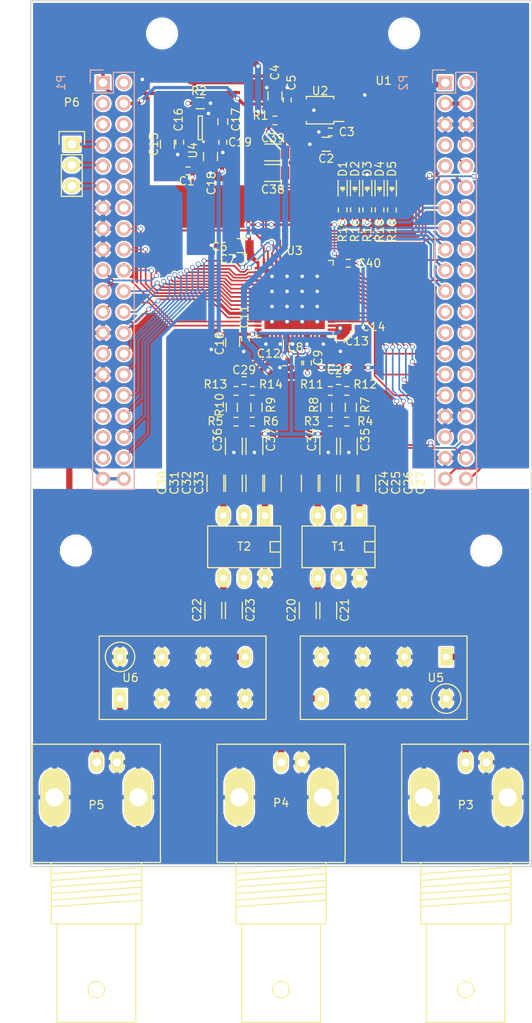
<source format=kicad_pcb>
(kicad_pcb (version 4) (host pcbnew "(2015-07-28 BZR 6012)-product")
  (layers (0 F.Cu signal) (31 B.Cu signal) (36 B.SilkS user) (37 F.SilkS user) (38 B.Mask user) (39 F.Mask user) (44 Edge.Cuts user))
  (net 0 "")
  (net 1 3,3V)
  (net 2 GND)
  (net 3 1,8V)
  (net 4 GNDA)
  (net 5 "Net-(C8-Pad1)")
  (net 6 "Net-(C8-Pad2)")
  (net 7 /VCM)
  (net 8 VAA)
  (net 9 "Net-(C17-Pad1)")
  (net 10 "Net-(C28-Pad1)")
  (net 11 "Net-(C28-Pad2)")
  (net 12 "Net-(C29-Pad1)")
  (net 13 "Net-(C29-Pad2)")
  (net 14 "Net-(D1-Pad2)")
  (net 15 "Net-(D2-Pad2)")
  (net 16 "Net-(D3-Pad2)")
  (net 17 "Net-(D4-Pad2)")
  (net 18 "Net-(D5-Pad2)")
  (net 19 /Int_N_Ctl15)
  (net 20 "Net-(P1-Pad5)")
  (net 21 /DQ31)
  (net 22 /PMode_2)
  (net 23 /DQ30)
  (net 24 /PMode_1)
  (net 25 /DQ29)
  (net 26 /PMode_0)
  (net 27 /DQ28)
  (net 28 /GPIO45)
  (net 29 /DQ27)
  (net 30 /DQ26)
  (net 31 /Spi-Mosi_Uart-RX)
  (net 32 /DQ25)
  (net 33 /Spi-Miso_Uart_TX)
  (net 34 /DQ24)
  (net 35 /Spi-Ssn_Uart-CTS)
  (net 36 /DQ23)
  (net 37 /DQ22)
  (net 38 /Spi-Sck_Uart-RTS)
  (net 39 /DQ21)
  (net 40 /DQ20)
  (net 41 /I²S_Ws)
  (net 42 /DQ19)
  (net 43 /I²S_Sd)
  (net 44 /DQ18)
  (net 45 /GPIO57_I²S-MClk)
  (net 46 /DQ17)
  (net 47 /I²S_Clk)
  (net 48 /DQ16)
  (net 49 5V)
  (net 50 /CTL12)
  (net 51 /DQ15)
  (net 52 /CTL11)
  (net 53 /DQ14)
  (net 54 /CTL10)
  (net 55 /DQ13)
  (net 56 /CTL09)
  (net 57 /DQ12)
  (net 58 /CTL08)
  (net 59 /DQ11)
  (net 60 /CTL07)
  (net 61 /DQ10)
  (net 62 /CTL06)
  (net 63 /DQ09)
  (net 64 /CTL05)
  (net 65 /DQ08)
  (net 66 /CTL04_SW)
  (net 67 /DQ07)
  (net 68 /CTL03)
  (net 69 /DQ06)
  (net 70 /CTL02)
  (net 71 /DQ05)
  (net 72 /CTL01)
  (net 73 /DQ04)
  (net 74 /CTL00)
  (net 75 /DQ03)
  (net 76 /DQ02)
  (net 77 /PClk)
  (net 78 /DQ01)
  (net 79 /DQ00)
  (net 80 /I²C_SDA_FX3)
  (net 81 /I²C_SCL_FX3)
  (net 82 "Net-(C20-Pad1)")
  (net 83 "Net-(C30-Pad1)")
  (net 84 "Net-(R1-Pad2)")
  (net 85 "Net-(C22-Pad2)")
  (net 86 "Net-(C24-Pad2)")
  (net 87 "Net-(R11-Pad1)")
  (net 88 "Net-(R12-Pad2)")
  (net 89 "Net-(R13-Pad1)")
  (net 90 "Net-(R10-Pad2)")
  (net 91 "Net-(U1-Pad3)")
  (net 92 "Net-(C20-Pad2)")
  (net 93 "Net-(C22-Pad1)")
  (net 94 "Net-(C24-Pad1)")
  (net 95 "Net-(C30-Pad2)")
  (net 96 "Net-(T1-Pad2)")
  (net 97 "Net-(T2-Pad2)")
  (net 98 "Net-(U2-Pad3)")
  (net 99 "Net-(U2-Pad6)")
  (net 100 "Net-(C26-Pad1)")
  (net 101 "Net-(C26-Pad2)")
  (net 102 "Net-(C32-Pad1)")
  (net 103 "Net-(C32-Pad2)")
  (net 104 "Net-(C38-Pad1)")
  (net 105 "Net-(C38-Pad2)")
  (net 106 "Net-(P3-Pad1)")
  (net 107 "Net-(P4-Pad1)")
  (net 108 "Net-(P7-Pad1)")
  (net 109 "Net-(P8-Pad1)")
  (net 110 "Net-(P9-Pad1)")
  (net 111 "Net-(P10-Pad1)")
  (net 112 "Net-(P1-Pad2)")
  (net 113 "Net-(P2-Pad2)")
  (module Socket_Strips:Socket_Strip_Straight_2x20 (layer B.Cu) (at 102 67 270)
    (fp_text reference P2 (at 0 5.1 270) (layer B.SilkS) (effects (justify mirror)))
    (fp_text value CONN_02X20)
    (pad 1 thru_hole rect (at 0 0 270) (size 1.7272 1.7272) (drill 1.016) (layers *.Cu *.Mask B.SilkS) (net 1 3,3V))
    (pad 2 thru_hole oval (at 0 -2.54 270) (size 1.7272 1.7272) (drill 1.016) (layers *.Cu *.Mask B.SilkS) (net 113 "Net-(P2-Pad2)"))
    (pad 3 thru_hole oval (at 2.54 0 270) (size 1.7272 1.7272) (drill 1.016) (layers *.Cu *.Mask B.SilkS) (net 49 5V))
    (pad 4 thru_hole oval (at 2.54 -2.54 270) (size 1.7272 1.7272) (drill 1.016) (layers *.Cu *.Mask B.SilkS) (net 49 5V))
    (pad 5 thru_hole oval (at 5.08 0 270) (size 1.7272 1.7272) (drill 1.016) (layers *.Cu *.Mask B.SilkS) (net 2 GND))
    (pad 6 thru_hole oval (at 5.08 -2.54 270) (size 1.7272 1.7272) (drill 1.016) (layers *.Cu *.Mask B.SilkS) (net 2 GND))
    (pad 7 thru_hole oval (at 7.62 0 270) (size 1.7272 1.7272) (drill 1.016) (layers *.Cu *.Mask B.SilkS) (net 50 /CTL12))
    (pad 8 thru_hole oval (at 7.62 -2.54 270) (size 1.7272 1.7272) (drill 1.016) (layers *.Cu *.Mask B.SilkS) (net 51 /DQ15))
    (pad 9 thru_hole oval (at 10.16 0 270) (size 1.7272 1.7272) (drill 1.016) (layers *.Cu *.Mask B.SilkS) (net 52 /CTL11))
    (pad 10 thru_hole oval (at 10.16 -2.54 270) (size 1.7272 1.7272) (drill 1.016) (layers *.Cu *.Mask B.SilkS) (net 53 /DQ14))
    (pad 11 thru_hole oval (at 12.7 0 270) (size 1.7272 1.7272) (drill 1.016) (layers *.Cu *.Mask B.SilkS) (net 54 /CTL10))
    (pad 12 thru_hole oval (at 12.7 -2.54 270) (size 1.7272 1.7272) (drill 1.016) (layers *.Cu *.Mask B.SilkS) (net 55 /DQ13))
    (pad 13 thru_hole oval (at 15.24 0 270) (size 1.7272 1.7272) (drill 1.016) (layers *.Cu *.Mask B.SilkS) (net 56 /CTL09))
    (pad 14 thru_hole oval (at 15.24 -2.54 270) (size 1.7272 1.7272) (drill 1.016) (layers *.Cu *.Mask B.SilkS) (net 57 /DQ12))
    (pad 15 thru_hole oval (at 17.78 0 270) (size 1.7272 1.7272) (drill 1.016) (layers *.Cu *.Mask B.SilkS) (net 58 /CTL08))
    (pad 16 thru_hole oval (at 17.78 -2.54 270) (size 1.7272 1.7272) (drill 1.016) (layers *.Cu *.Mask B.SilkS) (net 59 /DQ11))
    (pad 17 thru_hole oval (at 20.32 0 270) (size 1.7272 1.7272) (drill 1.016) (layers *.Cu *.Mask B.SilkS) (net 60 /CTL07))
    (pad 18 thru_hole oval (at 20.32 -2.54 270) (size 1.7272 1.7272) (drill 1.016) (layers *.Cu *.Mask B.SilkS) (net 61 /DQ10))
    (pad 19 thru_hole oval (at 22.86 0 270) (size 1.7272 1.7272) (drill 1.016) (layers *.Cu *.Mask B.SilkS) (net 62 /CTL06))
    (pad 20 thru_hole oval (at 22.86 -2.54 270) (size 1.7272 1.7272) (drill 1.016) (layers *.Cu *.Mask B.SilkS) (net 63 /DQ09))
    (pad 21 thru_hole oval (at 25.4 0 270) (size 1.7272 1.7272) (drill 1.016) (layers *.Cu *.Mask B.SilkS) (net 64 /CTL05))
    (pad 22 thru_hole oval (at 25.4 -2.54 270) (size 1.7272 1.7272) (drill 1.016) (layers *.Cu *.Mask B.SilkS) (net 65 /DQ08))
    (pad 23 thru_hole oval (at 27.94 0 270) (size 1.7272 1.7272) (drill 1.016) (layers *.Cu *.Mask B.SilkS) (net 66 /CTL04_SW))
    (pad 24 thru_hole oval (at 27.94 -2.54 270) (size 1.7272 1.7272) (drill 1.016) (layers *.Cu *.Mask B.SilkS) (net 67 /DQ07))
    (pad 25 thru_hole oval (at 30.48 0 270) (size 1.7272 1.7272) (drill 1.016) (layers *.Cu *.Mask B.SilkS) (net 68 /CTL03))
    (pad 26 thru_hole oval (at 30.48 -2.54 270) (size 1.7272 1.7272) (drill 1.016) (layers *.Cu *.Mask B.SilkS) (net 69 /DQ06))
    (pad 27 thru_hole oval (at 33.02 0 270) (size 1.7272 1.7272) (drill 1.016) (layers *.Cu *.Mask B.SilkS) (net 70 /CTL02))
    (pad 28 thru_hole oval (at 33.02 -2.54 270) (size 1.7272 1.7272) (drill 1.016) (layers *.Cu *.Mask B.SilkS) (net 71 /DQ05))
    (pad 29 thru_hole oval (at 35.56 0 270) (size 1.7272 1.7272) (drill 1.016) (layers *.Cu *.Mask B.SilkS) (net 72 /CTL01))
    (pad 30 thru_hole oval (at 35.56 -2.54 270) (size 1.7272 1.7272) (drill 1.016) (layers *.Cu *.Mask B.SilkS) (net 73 /DQ04))
    (pad 31 thru_hole oval (at 38.1 0 270) (size 1.7272 1.7272) (drill 1.016) (layers *.Cu *.Mask B.SilkS) (net 74 /CTL00))
    (pad 32 thru_hole oval (at 38.1 -2.54 270) (size 1.7272 1.7272) (drill 1.016) (layers *.Cu *.Mask B.SilkS) (net 75 /DQ03))
    (pad 33 thru_hole oval (at 40.64 0 270) (size 1.7272 1.7272) (drill 1.016) (layers *.Cu *.Mask B.SilkS) (net 2 GND))
    (pad 34 thru_hole oval (at 40.64 -2.54 270) (size 1.7272 1.7272) (drill 1.016) (layers *.Cu *.Mask B.SilkS) (net 76 /DQ02))
    (pad 35 thru_hole oval (at 43.18 0 270) (size 1.7272 1.7272) (drill 1.016) (layers *.Cu *.Mask B.SilkS) (net 77 /PClk))
    (pad 36 thru_hole oval (at 43.18 -2.54 270) (size 1.7272 1.7272) (drill 1.016) (layers *.Cu *.Mask B.SilkS) (net 78 /DQ01))
    (pad 37 thru_hole oval (at 45.72 0 270) (size 1.7272 1.7272) (drill 1.016) (layers *.Cu *.Mask B.SilkS) (net 2 GND))
    (pad 38 thru_hole oval (at 45.72 -2.54 270) (size 1.7272 1.7272) (drill 1.016) (layers *.Cu *.Mask B.SilkS) (net 79 /DQ00))
    (pad 39 thru_hole oval (at 48.26 0 270) (size 1.7272 1.7272) (drill 1.016) (layers *.Cu *.Mask B.SilkS) (net 80 /I²C_SDA_FX3))
    (pad 40 thru_hole oval (at 48.26 -2.54 270) (size 1.7272 1.7272) (drill 1.016) (layers *.Cu *.Mask B.SilkS) (net 81 /I²C_SCL_FX3))
  )
  (module Capacitors_SMD:C_0402 (layer F.Cu) (at 70.65 77.75)
    (fp_text reference C1 (at -0.15 1.25) (layer F.SilkS))
    (fp_text value 100n)
    (pad 1 smd rect (at -0.55 0) (size 0.6 0.5) (layers F.Cu F.Mask) (net 1 3,3V))
    (pad 2 smd rect (at 0.55 0) (size 0.6 0.5) (layers F.Cu F.Mask) (net 2 GND))
  )
  (module Capacitors_SMD:C_0805 (layer F.Cu) (at 87.5 74.5 180)
    (fp_text reference C2 (at 0 -1.75 180) (layer F.SilkS))
    (fp_text value 22u)
    (pad 1 smd rect (at -1 0 180) (size 1 1.25) (layers F.Cu F.Mask) (net 1 3,3V))
    (pad 2 smd rect (at 1 0 180) (size 1 1.25) (layers F.Cu F.Mask) (net 2 GND))
  )
  (module Capacitors_SMD:C_0402 (layer F.Cu) (at 88 73 180)
    (fp_text reference C3 (at -2 0 180) (layer F.SilkS))
    (fp_text value 100n)
    (pad 1 smd rect (at -0.55 0 180) (size 0.6 0.5) (layers F.Cu F.Mask) (net 1 3,3V))
    (pad 2 smd rect (at 0.55 0 180) (size 0.6 0.5) (layers F.Cu F.Mask) (net 2 GND))
  )
  (module Capacitors_SMD:C_0805 (layer F.Cu) (at 81.25 68.6 90)
    (fp_text reference C4 (at 2.85 0 90) (layer F.SilkS))
    (fp_text value 22u)
    (pad 1 smd rect (at -1 0 90) (size 1 1.25) (layers F.Cu F.Mask) (net 3 1,8V))
    (pad 2 smd rect (at 1 0 90) (size 1 1.25) (layers F.Cu F.Mask) (net 2 GND))
  )
  (module Capacitors_SMD:C_0402 (layer F.Cu) (at 82.75 69.1 90)
    (fp_text reference C5 (at 2.1 0.5 90) (layer F.SilkS))
    (fp_text value 100n)
    (pad 1 smd rect (at -0.55 0 90) (size 0.6 0.5) (layers F.Cu F.Mask) (net 3 1,8V))
    (pad 2 smd rect (at 0.55 0 90) (size 0.6 0.5) (layers F.Cu F.Mask) (net 2 GND))
  )
  (module Capacitors_SMD:C_0805 (layer F.Cu) (at 77.15 86.85 180)
    (fp_text reference C6 (at 2.65 -0.15 180) (layer F.SilkS))
    (fp_text value 22u)
    (pad 1 smd rect (at -1 0 180) (size 1 1.25) (layers F.Cu F.Mask) (net 3 1,8V))
    (pad 2 smd rect (at 1 0 180) (size 1 1.25) (layers F.Cu F.Mask) (net 4 GNDA))
  )
  (module Capacitors_SMD:C_0402 (layer F.Cu) (at 77.6 88.4 180)
    (fp_text reference C7 (at 2.1 -0.1 180) (layer F.SilkS))
    (fp_text value 100n)
    (pad 1 smd rect (at -0.55 0 180) (size 0.6 0.5) (layers F.Cu F.Mask) (net 3 1,8V))
    (pad 2 smd rect (at 0.55 0 180) (size 0.6 0.5) (layers F.Cu F.Mask) (net 4 GNDA))
  )
  (module Capacitors_SMD:C_0402 (layer F.Cu) (at 84.05 101.15 90)
    (fp_text reference C8 (at 1.9 -0.3 180) (layer F.SilkS))
    (fp_text value 100n)
    (pad 1 smd rect (at -0.55 0 90) (size 0.6 0.5) (layers F.Cu F.Mask) (net 5 "Net-(C8-Pad1)"))
    (pad 2 smd rect (at 0.55 0 90) (size 0.6 0.5) (layers F.Cu F.Mask) (net 6 "Net-(C8-Pad2)"))
  )
  (module Capacitors_SMD:C_0402 (layer F.Cu) (at 85.21 101.14 270)
    (fp_text reference C9 (at -0.64 -1.29 270) (layer F.SilkS))
    (fp_text value 100n)
    (pad 1 smd rect (at -0.55 0 270) (size 0.6 0.5) (layers F.Cu F.Mask) (net 7 /VCM))
    (pad 2 smd rect (at 0.55 0 270) (size 0.6 0.5) (layers F.Cu F.Mask) (net 2 GND))
  )
  (module Capacitors_SMD:C_0805 (layer F.Cu) (at 76.1 98.65 270)
    (fp_text reference C10 (at 0.1 1.6 270) (layer F.SilkS))
    (fp_text value 22u)
    (pad 1 smd rect (at -1 0 270) (size 1 1.25) (layers F.Cu F.Mask) (net 8 VAA))
    (pad 2 smd rect (at 1 0 270) (size 1 1.25) (layers F.Cu F.Mask) (net 4 GNDA))
  )
  (module Capacitors_SMD:C_0402 (layer F.Cu) (at 77.65 98.2 270)
    (fp_text reference C11 (at -2.7 0.15 270) (layer F.SilkS))
    (fp_text value 100n)
    (pad 1 smd rect (at -0.55 0 270) (size 0.6 0.5) (layers F.Cu F.Mask) (net 8 VAA))
    (pad 2 smd rect (at 0.55 0 270) (size 0.6 0.5) (layers F.Cu F.Mask) (net 4 GNDA))
  )
  (module Capacitors_SMD:C_0402 (layer F.Cu) (at 82.41 101.01 180)
    (fp_text reference C12 (at 1.91 1.01 180) (layer F.SilkS))
    (fp_text value 100n)
    (pad 1 smd rect (at -0.55 0 180) (size 0.6 0.5) (layers F.Cu F.Mask) (net 8 VAA))
    (pad 2 smd rect (at 0.55 0 180) (size 0.6 0.5) (layers F.Cu F.Mask) (net 4 GNDA))
  )
  (module Capacitors_SMD:C_0402 (layer F.Cu) (at 89.23 98.42 270)
    (fp_text reference C13 (at 0.08 -2.02 360) (layer F.SilkS))
    (fp_text value 100n)
    (pad 1 smd rect (at -0.55 0 270) (size 0.6 0.5) (layers F.Cu F.Mask) (net 8 VAA))
    (pad 2 smd rect (at 0.55 0 270) (size 0.6 0.5) (layers F.Cu F.Mask) (net 4 GNDA))
  )
  (module Capacitors_SMD:C_0402 (layer F.Cu) (at 90.7 96.8)
    (fp_text reference C14 (at 2.55 -0.05) (layer F.SilkS))
    (fp_text value 100n)
    (pad 1 smd rect (at -0.55 0) (size 0.6 0.5) (layers F.Cu F.Mask) (net 8 VAA))
    (pad 2 smd rect (at 0.55 0) (size 0.6 0.5) (layers F.Cu F.Mask) (net 4 GNDA))
  )
  (module Capacitors_SMD:C_0805 (layer F.Cu) (at 68.15 74.5 270)
    (fp_text reference C15 (at 0 1.65 270) (layer F.SilkS))
    (fp_text value 22u)
    (pad 1 smd rect (at -1 0 270) (size 1 1.25) (layers F.Cu F.Mask) (net 1 3,3V))
    (pad 2 smd rect (at 1 0 270) (size 1 1.25) (layers F.Cu F.Mask) (net 4 GNDA))
  )
  (module Capacitors_SMD:C_0402 (layer F.Cu) (at 69.65 74.25 270)
    (fp_text reference C16 (at -2.75 0.15 270) (layer F.SilkS))
    (fp_text value 100n)
    (pad 1 smd rect (at -0.55 0 270) (size 0.6 0.5) (layers F.Cu F.Mask) (net 1 3,3V))
    (pad 2 smd rect (at 0.55 0 270) (size 0.6 0.5) (layers F.Cu F.Mask) (net 4 GNDA))
  )
  (module Capacitors_SMD:C_0603 (layer F.Cu) (at 74.9 71.75 90)
    (fp_text reference C17 (at 0.25 1.6 270) (layer F.SilkS))
    (fp_text value 10n)
    (pad 1 smd rect (at -0.75 0 90) (size 0.8 0.75) (layers F.Cu F.Mask) (net 9 "Net-(C17-Pad1)"))
    (pad 2 smd rect (at 0.75 0 90) (size 0.8 0.75) (layers F.Cu F.Mask) (net 4 GNDA))
  )
  (module Capacitors_SMD:C_0805 (layer F.Cu) (at 73.4 76 270)
    (fp_text reference C18 (at 3.25 -0.1 270) (layer F.SilkS))
    (fp_text value 22u)
    (pad 1 smd rect (at -1 0 270) (size 1 1.25) (layers F.Cu F.Mask) (net 8 VAA))
    (pad 2 smd rect (at 1 0 270) (size 1 1.25) (layers F.Cu F.Mask) (net 4 GNDA))
  )
  (module Capacitors_SMD:C_0402 (layer F.Cu) (at 74.9 74.25 270)
    (fp_text reference C19 (at 0 -2.1 360) (layer F.SilkS))
    (fp_text value 100n)
    (pad 1 smd rect (at -0.55 0 270) (size 0.6 0.5) (layers F.Cu F.Mask) (net 8 VAA))
    (pad 2 smd rect (at 0.55 0 270) (size 0.6 0.5) (layers F.Cu F.Mask) (net 4 GNDA))
  )
  (module Capacitors_SMD:C_0402 (layer F.Cu) (at 89 103.3)
    (fp_text reference C28 (at 0 -1.3) (layer F.SilkS))
    (fp_text value 3,3p)
    (pad 1 smd rect (at -0.55 0) (size 0.6 0.5) (layers F.Cu F.Mask) (net 10 "Net-(C28-Pad1)"))
    (pad 2 smd rect (at 0.55 0) (size 0.6 0.5) (layers F.Cu F.Mask) (net 11 "Net-(C28-Pad2)"))
  )
  (module Capacitors_SMD:C_0402 (layer F.Cu) (at 77.5 103.3)
    (fp_text reference C29 (at 0 -1.3) (layer F.SilkS))
    (fp_text value 3,3p)
    (pad 1 smd rect (at -0.55 0) (size 0.6 0.5) (layers F.Cu F.Mask) (net 12 "Net-(C29-Pad1)"))
    (pad 2 smd rect (at 0.55 0) (size 0.6 0.5) (layers F.Cu F.Mask) (net 13 "Net-(C29-Pad2)"))
  )
  (module LEDs:LED-0603 (layer F.Cu) (at 89.5 80 270)
    (fp_text reference D1 (at -2.5 0 270) (layer F.SilkS))
    (fp_text value LED)
    (pad 2 smd rect (at 0.7493 0 90) (size 0.79756 0.79756) (layers F.Cu F.Mask) (net 14 "Net-(D1-Pad2)"))
    (pad 1 smd rect (at -0.7493 0 90) (size 0.79756 0.79756) (layers F.Cu F.Mask) (net 2 GND))
  )
  (module LEDs:LED-0603 (layer F.Cu) (at 91 80 270)
    (fp_text reference D2 (at -2.5 0 270) (layer F.SilkS))
    (fp_text value LED)
    (pad 2 smd rect (at 0.7493 0 90) (size 0.79756 0.79756) (layers F.Cu F.Mask) (net 15 "Net-(D2-Pad2)"))
    (pad 1 smd rect (at -0.7493 0 90) (size 0.79756 0.79756) (layers F.Cu F.Mask) (net 2 GND))
  )
  (module LEDs:LED-0603 (layer F.Cu) (at 92.5 80 270)
    (fp_text reference D3 (at -2.5 0 270) (layer F.SilkS))
    (fp_text value LED)
    (pad 2 smd rect (at 0.7493 0 90) (size 0.79756 0.79756) (layers F.Cu F.Mask) (net 16 "Net-(D3-Pad2)"))
    (pad 1 smd rect (at -0.7493 0 90) (size 0.79756 0.79756) (layers F.Cu F.Mask) (net 2 GND))
  )
  (module LEDs:LED-0603 (layer F.Cu) (at 94 80 270)
    (fp_text reference D4 (at -2.5 0 270) (layer F.SilkS))
    (fp_text value LED)
    (pad 2 smd rect (at 0.7493 0 90) (size 0.79756 0.79756) (layers F.Cu F.Mask) (net 17 "Net-(D4-Pad2)"))
    (pad 1 smd rect (at -0.7493 0 90) (size 0.79756 0.79756) (layers F.Cu F.Mask) (net 2 GND))
  )
  (module LEDs:LED-0603 (layer F.Cu) (at 95.5 80 270)
    (fp_text reference D5 (at -2.5 0 270) (layer F.SilkS))
    (fp_text value LED)
    (pad 2 smd rect (at 0.7493 0 90) (size 0.79756 0.79756) (layers F.Cu F.Mask) (net 18 "Net-(D5-Pad2)"))
    (pad 1 smd rect (at -0.7493 0 90) (size 0.79756 0.79756) (layers F.Cu F.Mask) (net 2 GND))
  )
  (module Socket_Strips:Socket_Strip_Straight_2x20 (layer B.Cu) (at 60.3 67 270)
    (fp_text reference P1 (at 0 5.1 270) (layer B.SilkS) (effects (justify mirror)))
    (fp_text value CONN_02X20)
    (pad 1 thru_hole rect (at 0 0 270) (size 1.7272 1.7272) (drill 1.016) (layers *.Cu *.Mask B.SilkS) (net 1 3,3V))
    (pad 2 thru_hole oval (at 0 -2.54 270) (size 1.7272 1.7272) (drill 1.016) (layers *.Cu *.Mask B.SilkS) (net 112 "Net-(P1-Pad2)"))
    (pad 3 thru_hole oval (at 2.54 0 270) (size 1.7272 1.7272) (drill 1.016) (layers *.Cu *.Mask B.SilkS) (net 19 /Int_N_Ctl15))
    (pad 4 thru_hole oval (at 2.54 -2.54 270) (size 1.7272 1.7272) (drill 1.016) (layers *.Cu *.Mask B.SilkS) (net 3 1,8V))
    (pad 5 thru_hole oval (at 5.08 0 270) (size 1.7272 1.7272) (drill 1.016) (layers *.Cu *.Mask B.SilkS) (net 20 "Net-(P1-Pad5)"))
    (pad 6 thru_hole oval (at 5.08 -2.54 270) (size 1.7272 1.7272) (drill 1.016) (layers *.Cu *.Mask B.SilkS) (net 21 /DQ31))
    (pad 7 thru_hole oval (at 7.62 0 270) (size 1.7272 1.7272) (drill 1.016) (layers *.Cu *.Mask B.SilkS) (net 22 /PMode_2))
    (pad 8 thru_hole oval (at 7.62 -2.54 270) (size 1.7272 1.7272) (drill 1.016) (layers *.Cu *.Mask B.SilkS) (net 23 /DQ30))
    (pad 9 thru_hole oval (at 10.16 0 270) (size 1.7272 1.7272) (drill 1.016) (layers *.Cu *.Mask B.SilkS) (net 24 /PMode_1))
    (pad 10 thru_hole oval (at 10.16 -2.54 270) (size 1.7272 1.7272) (drill 1.016) (layers *.Cu *.Mask B.SilkS) (net 25 /DQ29))
    (pad 11 thru_hole oval (at 12.7 0 270) (size 1.7272 1.7272) (drill 1.016) (layers *.Cu *.Mask B.SilkS) (net 26 /PMode_0))
    (pad 12 thru_hole oval (at 12.7 -2.54 270) (size 1.7272 1.7272) (drill 1.016) (layers *.Cu *.Mask B.SilkS) (net 27 /DQ28))
    (pad 13 thru_hole oval (at 15.24 0 270) (size 1.7272 1.7272) (drill 1.016) (layers *.Cu *.Mask B.SilkS) (net 2 GND))
    (pad 14 thru_hole oval (at 15.24 -2.54 270) (size 1.7272 1.7272) (drill 1.016) (layers *.Cu *.Mask B.SilkS) (net 28 /GPIO45))
    (pad 15 thru_hole oval (at 17.78 0 270) (size 1.7272 1.7272) (drill 1.016) (layers *.Cu *.Mask B.SilkS) (net 2 GND))
    (pad 16 thru_hole oval (at 17.78 -2.54 270) (size 1.7272 1.7272) (drill 1.016) (layers *.Cu *.Mask B.SilkS) (net 29 /DQ27))
    (pad 17 thru_hole oval (at 20.32 0 270) (size 1.7272 1.7272) (drill 1.016) (layers *.Cu *.Mask B.SilkS) (net 2 GND))
    (pad 18 thru_hole oval (at 20.32 -2.54 270) (size 1.7272 1.7272) (drill 1.016) (layers *.Cu *.Mask B.SilkS) (net 30 /DQ26))
    (pad 19 thru_hole oval (at 22.86 0 270) (size 1.7272 1.7272) (drill 1.016) (layers *.Cu *.Mask B.SilkS) (net 31 /Spi-Mosi_Uart-RX))
    (pad 20 thru_hole oval (at 22.86 -2.54 270) (size 1.7272 1.7272) (drill 1.016) (layers *.Cu *.Mask B.SilkS) (net 32 /DQ25))
    (pad 21 thru_hole oval (at 25.4 0 270) (size 1.7272 1.7272) (drill 1.016) (layers *.Cu *.Mask B.SilkS) (net 33 /Spi-Miso_Uart_TX))
    (pad 22 thru_hole oval (at 25.4 -2.54 270) (size 1.7272 1.7272) (drill 1.016) (layers *.Cu *.Mask B.SilkS) (net 34 /DQ24))
    (pad 23 thru_hole oval (at 27.94 0 270) (size 1.7272 1.7272) (drill 1.016) (layers *.Cu *.Mask B.SilkS) (net 35 /Spi-Ssn_Uart-CTS))
    (pad 24 thru_hole oval (at 27.94 -2.54 270) (size 1.7272 1.7272) (drill 1.016) (layers *.Cu *.Mask B.SilkS) (net 36 /DQ23))
    (pad 25 thru_hole oval (at 30.48 0 270) (size 1.7272 1.7272) (drill 1.016) (layers *.Cu *.Mask B.SilkS) (net 2 GND))
    (pad 26 thru_hole oval (at 30.48 -2.54 270) (size 1.7272 1.7272) (drill 1.016) (layers *.Cu *.Mask B.SilkS) (net 37 /DQ22))
    (pad 27 thru_hole oval (at 33.02 0 270) (size 1.7272 1.7272) (drill 1.016) (layers *.Cu *.Mask B.SilkS) (net 38 /Spi-Sck_Uart-RTS))
    (pad 28 thru_hole oval (at 33.02 -2.54 270) (size 1.7272 1.7272) (drill 1.016) (layers *.Cu *.Mask B.SilkS) (net 39 /DQ21))
    (pad 29 thru_hole oval (at 35.56 0 270) (size 1.7272 1.7272) (drill 1.016) (layers *.Cu *.Mask B.SilkS) (net 2 GND))
    (pad 30 thru_hole oval (at 35.56 -2.54 270) (size 1.7272 1.7272) (drill 1.016) (layers *.Cu *.Mask B.SilkS) (net 40 /DQ20))
    (pad 31 thru_hole oval (at 38.1 0 270) (size 1.7272 1.7272) (drill 1.016) (layers *.Cu *.Mask B.SilkS) (net 41 /I²S_Ws))
    (pad 32 thru_hole oval (at 38.1 -2.54 270) (size 1.7272 1.7272) (drill 1.016) (layers *.Cu *.Mask B.SilkS) (net 42 /DQ19))
    (pad 33 thru_hole oval (at 40.64 0 270) (size 1.7272 1.7272) (drill 1.016) (layers *.Cu *.Mask B.SilkS) (net 43 /I²S_Sd))
    (pad 34 thru_hole oval (at 40.64 -2.54 270) (size 1.7272 1.7272) (drill 1.016) (layers *.Cu *.Mask B.SilkS) (net 44 /DQ18))
    (pad 35 thru_hole oval (at 43.18 0 270) (size 1.7272 1.7272) (drill 1.016) (layers *.Cu *.Mask B.SilkS) (net 45 /GPIO57_I²S-MClk))
    (pad 36 thru_hole oval (at 43.18 -2.54 270) (size 1.7272 1.7272) (drill 1.016) (layers *.Cu *.Mask B.SilkS) (net 46 /DQ17))
    (pad 37 thru_hole oval (at 45.72 0 270) (size 1.7272 1.7272) (drill 1.016) (layers *.Cu *.Mask B.SilkS) (net 47 /I²S_Clk))
    (pad 38 thru_hole oval (at 45.72 -2.54 270) (size 1.7272 1.7272) (drill 1.016) (layers *.Cu *.Mask B.SilkS) (net 48 /DQ16))
    (pad 39 thru_hole oval (at 48.26 0 270) (size 1.7272 1.7272) (drill 1.016) (layers *.Cu *.Mask B.SilkS) (net 2 GND))
    (pad 40 thru_hole oval (at 48.26 -2.54 270) (size 1.7272 1.7272) (drill 1.016) (layers *.Cu *.Mask B.SilkS) (net 2 GND))
  )
  (module Sockets_BNC:BNC_Socket_TYCO-AMP_LargePads (layer F.Cu) (at 104.5 154.8 180)
    (fp_text reference P3 (at 0 -0.2 180) (layer F.SilkS))
    (fp_text value BNC)
    (pad 2 thru_hole oval (at -5.09778 0.7366 180) (size 3.50012 7.00024) (drill 2.19964) (layers *.Cu *.Mask F.SilkS) (net 4 GNDA))
    (pad 2 thru_hole oval (at 5.10032 0.7366 180) (size 3.50012 7.00024) (drill 2.19964) (layers *.Cu *.Mask F.SilkS) (net 4 GNDA))
    (pad 1 thru_hole oval (at 0 5.00126 180) (size 1.6002 2.49936) (drill 1.00076) (layers *.Cu *.Mask F.SilkS) (net 106 "Net-(P3-Pad1)"))
    (pad 2 thru_hole oval (at -2.49936 5.00126 180) (size 1.6002 2.49936) (drill 1.00076) (layers *.Cu *.Mask F.SilkS) (net 4 GNDA))
  )
  (module Sockets_BNC:BNC_Socket_TYCO-AMP_LargePads (layer F.Cu) (at 82 154.8 180)
    (fp_text reference P4 (at 0 0.05 180) (layer F.SilkS))
    (fp_text value BNC)
    (pad 2 thru_hole oval (at -5.09778 0.7366 180) (size 3.50012 7.00024) (drill 2.19964) (layers *.Cu *.Mask F.SilkS) (net 4 GNDA))
    (pad 2 thru_hole oval (at 5.10032 0.7366 180) (size 3.50012 7.00024) (drill 2.19964) (layers *.Cu *.Mask F.SilkS) (net 4 GNDA))
    (pad 1 thru_hole oval (at 0 5.00126 180) (size 1.6002 2.49936) (drill 1.00076) (layers *.Cu *.Mask F.SilkS) (net 107 "Net-(P4-Pad1)"))
    (pad 2 thru_hole oval (at -2.49936 5.00126 180) (size 1.6002 2.49936) (drill 1.00076) (layers *.Cu *.Mask F.SilkS) (net 4 GNDA))
  )
  (module Sockets_BNC:BNC_Socket_TYCO-AMP_LargePads (layer F.Cu) (at 59.5 154.8 180)
    (fp_text reference P5 (at 0 -0.2 180) (layer F.SilkS))
    (fp_text value BNC)
    (pad 2 thru_hole oval (at -5.09778 0.7366 180) (size 3.50012 7.00024) (drill 2.19964) (layers *.Cu *.Mask F.SilkS) (net 4 GNDA))
    (pad 2 thru_hole oval (at 5.10032 0.7366 180) (size 3.50012 7.00024) (drill 2.19964) (layers *.Cu *.Mask F.SilkS) (net 4 GNDA))
    (pad 1 thru_hole oval (at 0 5.00126 180) (size 1.6002 2.49936) (drill 1.00076) (layers *.Cu *.Mask F.SilkS) (net 105 "Net-(C38-Pad2)"))
    (pad 2 thru_hole oval (at -2.49936 5.00126 180) (size 1.6002 2.49936) (drill 1.00076) (layers *.Cu *.Mask F.SilkS) (net 4 GNDA))
  )
  (module Resistors_SMD:R_0402 (layer F.Cu) (at 81.25 71.6)
    (fp_text reference R1 (at -1.75 -0.6) (layer F.SilkS))
    (fp_text value 49,9)
    (pad 1 smd rect (at -0.45 0) (size 0.4 0.6) (layers F.Cu F.Mask) (net 5 "Net-(C8-Pad1)"))
    (pad 2 smd rect (at 0.45 0) (size 0.4 0.6) (layers F.Cu F.Mask) (net 84 "Net-(R1-Pad2)"))
  )
  (module Resistors_SMD:R_0402 (layer F.Cu) (at 88 108.3)
    (fp_text reference R3 (at -2.25 -0.05) (layer F.SilkS))
    (fp_text value 25)
    (pad 1 smd rect (at -0.45 0) (size 0.4 0.6) (layers F.Cu F.Mask) (net 86 "Net-(C24-Pad2)"))
    (pad 2 smd rect (at 0.45 0) (size 0.4 0.6) (layers F.Cu F.Mask) (net 7 /VCM))
  )
  (module Resistors_SMD:R_0402 (layer F.Cu) (at 90 108.3)
    (fp_text reference R4 (at 2.25 -0.05) (layer F.SilkS))
    (fp_text value 25)
    (pad 1 smd rect (at -0.45 0) (size 0.4 0.6) (layers F.Cu F.Mask) (net 7 /VCM))
    (pad 2 smd rect (at 0.45 0) (size 0.4 0.6) (layers F.Cu F.Mask) (net 101 "Net-(C26-Pad2)"))
  )
  (module Resistors_SMD:R_0402 (layer F.Cu) (at 76.5 108.3)
    (fp_text reference R5 (at -2.5 -0.05) (layer F.SilkS))
    (fp_text value 25)
    (pad 1 smd rect (at -0.45 0) (size 0.4 0.6) (layers F.Cu F.Mask) (net 95 "Net-(C30-Pad2)"))
    (pad 2 smd rect (at 0.45 0) (size 0.4 0.6) (layers F.Cu F.Mask) (net 7 /VCM))
  )
  (module Resistors_SMD:R_0402 (layer F.Cu) (at 78.5 108.3)
    (fp_text reference R6 (at 2.25 -0.05) (layer F.SilkS))
    (fp_text value 25)
    (pad 1 smd rect (at -0.45 0) (size 0.4 0.6) (layers F.Cu F.Mask) (net 7 /VCM))
    (pad 2 smd rect (at 0.45 0) (size 0.4 0.6) (layers F.Cu F.Mask) (net 103 "Net-(C32-Pad2)"))
  )
  (module Resistors_SMD:R_0603 (layer F.Cu) (at 87.5 106.55 270)
    (fp_text reference R7 (at -0.3 -4.75 270) (layer F.SilkS))
    (fp_text value 15)
    (pad 1 smd rect (at -0.75 0 270) (size 0.5 0.9) (layers F.Cu F.Mask) (net 87 "Net-(R11-Pad1)"))
    (pad 2 smd rect (at 0.75 0 270) (size 0.5 0.9) (layers F.Cu F.Mask) (net 86 "Net-(C24-Pad2)"))
  )
  (module Resistors_SMD:R_0603 (layer F.Cu) (at 90.5 106.55 90)
    (fp_text reference R8 (at 0.3 -4.5 90) (layer F.SilkS))
    (fp_text value 15)
    (pad 1 smd rect (at -0.75 0 90) (size 0.5 0.9) (layers F.Cu F.Mask) (net 101 "Net-(C26-Pad2)"))
    (pad 2 smd rect (at 0.75 0 90) (size 0.5 0.9) (layers F.Cu F.Mask) (net 88 "Net-(R12-Pad2)"))
  )
  (module Resistors_SMD:R_0603 (layer F.Cu) (at 76 106.55 270)
    (fp_text reference R9 (at -0.3 -4.75 270) (layer F.SilkS))
    (fp_text value 15)
    (pad 1 smd rect (at -0.75 0 270) (size 0.5 0.9) (layers F.Cu F.Mask) (net 89 "Net-(R13-Pad1)"))
    (pad 2 smd rect (at 0.75 0 270) (size 0.5 0.9) (layers F.Cu F.Mask) (net 95 "Net-(C30-Pad2)"))
  )
  (module Resistors_SMD:R_0603 (layer F.Cu) (at 79 106.55 90)
    (fp_text reference R10 (at 0.3 -4.5 90) (layer F.SilkS))
    (fp_text value 15)
    (pad 1 smd rect (at -0.75 0 90) (size 0.5 0.9) (layers F.Cu F.Mask) (net 103 "Net-(C32-Pad2)"))
    (pad 2 smd rect (at 0.75 0 90) (size 0.5 0.9) (layers F.Cu F.Mask) (net 90 "Net-(R10-Pad2)"))
  )
  (module Resistors_SMD:R_0402 (layer F.Cu) (at 88 104.55)
    (fp_text reference R11 (at -2.25 -0.8) (layer F.SilkS))
    (fp_text value 25)
    (pad 1 smd rect (at -0.45 0) (size 0.4 0.6) (layers F.Cu F.Mask) (net 87 "Net-(R11-Pad1)"))
    (pad 2 smd rect (at 0.45 0) (size 0.4 0.6) (layers F.Cu F.Mask) (net 10 "Net-(C28-Pad1)"))
  )
  (module Resistors_SMD:R_0402 (layer F.Cu) (at 90 104.55)
    (fp_text reference R12 (at 2.25 -0.8) (layer F.SilkS))
    (fp_text value 25)
    (pad 1 smd rect (at -0.45 0) (size 0.4 0.6) (layers F.Cu F.Mask) (net 11 "Net-(C28-Pad2)"))
    (pad 2 smd rect (at 0.45 0) (size 0.4 0.6) (layers F.Cu F.Mask) (net 88 "Net-(R12-Pad2)"))
  )
  (module Resistors_SMD:R_0402 (layer F.Cu) (at 76.5 104.55)
    (fp_text reference R13 (at -2.5 -0.8) (layer F.SilkS))
    (fp_text value 25)
    (pad 1 smd rect (at -0.45 0) (size 0.4 0.6) (layers F.Cu F.Mask) (net 89 "Net-(R13-Pad1)"))
    (pad 2 smd rect (at 0.45 0) (size 0.4 0.6) (layers F.Cu F.Mask) (net 12 "Net-(C29-Pad1)"))
  )
  (module Resistors_SMD:R_0402 (layer F.Cu) (at 78.5 104.55)
    (fp_text reference R14 (at 2.25 -0.8) (layer F.SilkS))
    (fp_text value 25)
    (pad 1 smd rect (at -0.45 0) (size 0.4 0.6) (layers F.Cu F.Mask) (net 13 "Net-(C29-Pad2)"))
    (pad 2 smd rect (at 0.45 0) (size 0.4 0.6) (layers F.Cu F.Mask) (net 90 "Net-(R10-Pad2)"))
  )
  (module PhilippsFootprints:FOX924 (layer F.Cu) (at 94.5 70.5 90)
    (fp_text reference U1 (at 3.75 0 180) (layer F.SilkS))
    (fp_text value FOX924B)
    (pad 1 smd rect (at -2 -1.25 90) (size 1.6 1.3) (layers F.Cu F.Mask))
    (pad 2 smd rect (at 2 -1.25 90) (size 1.6 1.3) (layers F.Cu F.Mask) (net 2 GND))
    (pad 4 smd rect (at -2 1.25 90) (size 1.6 1.3) (layers F.Cu F.Mask) (net 1 3,3V))
    (pad 3 smd rect (at 2 1.25 90) (size 1.6 1.3) (layers F.Cu F.Mask) (net 91 "Net-(U1-Pad3)"))
  )
  (module Capacitors_SMD:C_1206 (layer F.Cu) (at 85.25 131.3 90)
    (fp_text reference C20 (at 0.05 -2 90) (layer F.SilkS))
    (fp_text value 47n)
    (pad 1 smd rect (at -1.5 0 90) (size 1 1.6) (layers F.Cu F.Mask) (net 82 "Net-(C20-Pad1)"))
    (pad 2 smd rect (at 1.5 0 90) (size 1 1.6) (layers F.Cu F.Mask) (net 92 "Net-(C20-Pad2)"))
  )
  (module Capacitors_SMD:C_1206 (layer F.Cu) (at 87.75 131.3 90)
    (fp_text reference C21 (at 0.05 2 90) (layer F.SilkS))
    (fp_text value 47n)
    (pad 1 smd rect (at -1.5 0 90) (size 1 1.6) (layers F.Cu F.Mask) (net 82 "Net-(C20-Pad1)"))
    (pad 2 smd rect (at 1.5 0 90) (size 1 1.6) (layers F.Cu F.Mask) (net 92 "Net-(C20-Pad2)"))
  )
  (module Capacitors_SMD:C_1206 (layer F.Cu) (at 73.75 131.3 90)
    (fp_text reference C22 (at 0.05 -2 90) (layer F.SilkS))
    (fp_text value 47n)
    (pad 1 smd rect (at -1.5 0 90) (size 1 1.6) (layers F.Cu F.Mask) (net 93 "Net-(C22-Pad1)"))
    (pad 2 smd rect (at 1.5 0 90) (size 1 1.6) (layers F.Cu F.Mask) (net 85 "Net-(C22-Pad2)"))
  )
  (module Capacitors_SMD:C_1206 (layer F.Cu) (at 76.25 131.3 90)
    (fp_text reference C23 (at 0.05 2 90) (layer F.SilkS))
    (fp_text value 47n)
    (pad 1 smd rect (at -1.5 0 90) (size 1 1.6) (layers F.Cu F.Mask) (net 93 "Net-(C22-Pad1)"))
    (pad 2 smd rect (at 1.5 0 90) (size 1 1.6) (layers F.Cu F.Mask) (net 85 "Net-(C22-Pad2)"))
  )
  (module Capacitors_SMD:C_1206 (layer F.Cu) (at 85.5 115.8 90)
    (fp_text reference C24 (at 0.05 9 90) (layer F.SilkS))
    (fp_text value 47n)
    (pad 1 smd rect (at -1.5 0 90) (size 1 1.6) (layers F.Cu F.Mask) (net 94 "Net-(C24-Pad1)"))
    (pad 2 smd rect (at 1.5 0 90) (size 1 1.6) (layers F.Cu F.Mask) (net 86 "Net-(C24-Pad2)"))
  )
  (module Capacitors_SMD:C_1206 (layer F.Cu) (at 87.75 115.8 90)
    (fp_text reference C25 (at 0.05 8.25 90) (layer F.SilkS))
    (fp_text value 47n)
    (pad 1 smd rect (at -1.5 0 90) (size 1 1.6) (layers F.Cu F.Mask) (net 94 "Net-(C24-Pad1)"))
    (pad 2 smd rect (at 1.5 0 90) (size 1 1.6) (layers F.Cu F.Mask) (net 86 "Net-(C24-Pad2)"))
  )
  (module Capacitors_SMD:C_1206 (layer F.Cu) (at 90.25 115.8 90)
    (fp_text reference C26 (at 0.05 7.25 90) (layer F.SilkS))
    (fp_text value 47n)
    (pad 1 smd rect (at -1.5 0 90) (size 1 1.6) (layers F.Cu F.Mask) (net 100 "Net-(C26-Pad1)"))
    (pad 2 smd rect (at 1.5 0 90) (size 1 1.6) (layers F.Cu F.Mask) (net 101 "Net-(C26-Pad2)"))
  )
  (module Capacitors_SMD:C_1206 (layer F.Cu) (at 92.5 115.8 90)
    (fp_text reference C27 (at 0.05 6.5 90) (layer F.SilkS))
    (fp_text value 47n)
    (pad 1 smd rect (at -1.5 0 90) (size 1 1.6) (layers F.Cu F.Mask) (net 100 "Net-(C26-Pad1)"))
    (pad 2 smd rect (at 1.5 0 90) (size 1 1.6) (layers F.Cu F.Mask) (net 101 "Net-(C26-Pad2)"))
  )
  (module Capacitors_SMD:C_1206 (layer F.Cu) (at 74 115.8 90)
    (fp_text reference C30 (at 0.05 -6.5 90) (layer F.SilkS))
    (fp_text value 47n)
    (pad 1 smd rect (at -1.5 0 90) (size 1 1.6) (layers F.Cu F.Mask) (net 83 "Net-(C30-Pad1)"))
    (pad 2 smd rect (at 1.5 0 90) (size 1 1.6) (layers F.Cu F.Mask) (net 95 "Net-(C30-Pad2)"))
  )
  (module Pin_Headers:Pin_Header_Straight_1x03 (layer F.Cu) (at 56.5 74.5)
    (fp_text reference P6 (at 0 -5.1) (layer F.SilkS))
    (fp_text value CONN_01X03 hide)
    (pad 1 thru_hole rect (at 0 0) (size 2.032 1.7272) (drill 1.016) (layers *.Cu *.Mask F.SilkS) (net 22 /PMode_2))
    (pad 2 thru_hole oval (at 0 2.54) (size 2.032 1.7272) (drill 1.016) (layers *.Cu *.Mask F.SilkS) (net 24 /PMode_1))
    (pad 3 thru_hole oval (at 0 5.08) (size 2.032 1.7272) (drill 1.016) (layers *.Cu *.Mask F.SilkS) (net 26 /PMode_0))
  )
  (module Resistors_SMD:R_0603 (layer F.Cu) (at 72.15 69.5 180)
    (fp_text reference R2 (at 0.15 1.5 180) (layer F.SilkS))
    (fp_text value 0)
    (pad 1 smd rect (at -0.75 0 180) (size 0.5 0.9) (layers F.Cu F.Mask) (net 4 GNDA))
    (pad 2 smd rect (at 0.75 0 180) (size 0.5 0.9) (layers F.Cu F.Mask) (net 2 GND))
  )
  (module Resistors_SMD:R_0402 (layer F.Cu) (at 89.5 82.5 90)
    (fp_text reference R15 (at -2.5 0 90) (layer F.SilkS))
    (fp_text value 1k)
    (pad 1 smd rect (at -0.45 0 90) (size 0.4 0.6) (layers F.Cu F.Mask) (net 64 /CTL05))
    (pad 2 smd rect (at 0.45 0 90) (size 0.4 0.6) (layers F.Cu F.Mask) (net 14 "Net-(D1-Pad2)"))
  )
  (module Resistors_SMD:R_0402 (layer F.Cu) (at 91 82.5 90)
    (fp_text reference R16 (at -2.5 0 90) (layer F.SilkS))
    (fp_text value 1k)
    (pad 1 smd rect (at -0.45 0 90) (size 0.4 0.6) (layers F.Cu F.Mask) (net 62 /CTL06))
    (pad 2 smd rect (at 0.45 0 90) (size 0.4 0.6) (layers F.Cu F.Mask) (net 15 "Net-(D2-Pad2)"))
  )
  (module Resistors_SMD:R_0402 (layer F.Cu) (at 92.5 82.5 90)
    (fp_text reference R17 (at -2.5 0 90) (layer F.SilkS))
    (fp_text value 1k)
    (pad 1 smd rect (at -0.45 0 90) (size 0.4 0.6) (layers F.Cu F.Mask) (net 60 /CTL07))
    (pad 2 smd rect (at 0.45 0 90) (size 0.4 0.6) (layers F.Cu F.Mask) (net 16 "Net-(D3-Pad2)"))
  )
  (module Resistors_SMD:R_0402 (layer F.Cu) (at 94 82.5 90)
    (fp_text reference R18 (at -2.5 0 90) (layer F.SilkS))
    (fp_text value 1k)
    (pad 1 smd rect (at -0.45 0 90) (size 0.4 0.6) (layers F.Cu F.Mask) (net 58 /CTL08))
    (pad 2 smd rect (at 0.45 0 90) (size 0.4 0.6) (layers F.Cu F.Mask) (net 17 "Net-(D4-Pad2)"))
  )
  (module Resistors_SMD:R_0402 (layer F.Cu) (at 95.5 82.5 90)
    (fp_text reference R19 (at -2.5 0 90) (layer F.SilkS))
    (fp_text value 1k)
    (pad 1 smd rect (at -0.45 0 90) (size 0.4 0.6) (layers F.Cu F.Mask) (net 56 /CTL09))
    (pad 2 smd rect (at 0.45 0 90) (size 0.4 0.6) (layers F.Cu F.Mask) (net 18 "Net-(D5-Pad2)"))
  )
  (module Sockets_DIP:DIP-6__300_ELL (layer F.Cu) (at 89 123.55 180)
    (fp_text reference T1 (at 0 0.05 180) (layer F.SilkS))
    (fp_text value T1-1T-X65)
    (pad 1 thru_hole rect (at -2.54 3.81 180) (size 1.5748 2.286) (drill 0.8128) (layers *.Cu *.Mask F.SilkS) (net 100 "Net-(C26-Pad1)"))
    (pad 2 thru_hole oval (at 0 3.81 180) (size 1.5748 2.286) (drill 0.8128) (layers *.Cu *.Mask F.SilkS) (net 96 "Net-(T1-Pad2)"))
    (pad 3 thru_hole oval (at 2.54 3.81 180) (size 1.5748 2.286) (drill 0.8128) (layers *.Cu *.Mask F.SilkS) (net 94 "Net-(C24-Pad1)"))
    (pad 4 thru_hole oval (at 2.54 -3.81 180) (size 1.5748 2.286) (drill 0.8128) (layers *.Cu *.Mask F.SilkS) (net 92 "Net-(C20-Pad2)"))
    (pad 5 thru_hole oval (at 0 -3.81 180) (size 1.5748 2.286) (drill 0.8128) (layers *.Cu *.Mask F.SilkS))
    (pad 6 thru_hole oval (at -2.54 -3.81 180) (size 1.5748 2.286) (drill 0.8128) (layers *.Cu *.Mask F.SilkS) (net 4 GNDA))
  )
  (module Sockets_DIP:DIP-6__300_ELL (layer F.Cu) (at 77.5 123.55 180)
    (fp_text reference T2 (at 0 0.05 180) (layer F.SilkS))
    (fp_text value T1-1T-X65)
    (pad 1 thru_hole rect (at -2.54 3.81 180) (size 1.5748 2.286) (drill 0.8128) (layers *.Cu *.Mask F.SilkS) (net 102 "Net-(C32-Pad1)"))
    (pad 2 thru_hole oval (at 0 3.81 180) (size 1.5748 2.286) (drill 0.8128) (layers *.Cu *.Mask F.SilkS) (net 97 "Net-(T2-Pad2)"))
    (pad 3 thru_hole oval (at 2.54 3.81 180) (size 1.5748 2.286) (drill 0.8128) (layers *.Cu *.Mask F.SilkS) (net 83 "Net-(C30-Pad1)"))
    (pad 4 thru_hole oval (at 2.54 -3.81 180) (size 1.5748 2.286) (drill 0.8128) (layers *.Cu *.Mask F.SilkS) (net 85 "Net-(C22-Pad2)"))
    (pad 5 thru_hole oval (at 0 -3.81 180) (size 1.5748 2.286) (drill 0.8128) (layers *.Cu *.Mask F.SilkS))
    (pad 6 thru_hole oval (at -2.54 -3.81 180) (size 1.5748 2.286) (drill 0.8128) (layers *.Cu *.Mask F.SilkS) (net 4 GNDA))
  )
  (module Housings_DFN_QFN:QFN-64-1EP_9x9mm_Pitch0.5mm (layer F.Cu) (at 83.65 93.35)
    (fp_text reference U3 (at 0 -5.875) (layer F.SilkS))
    (fp_text value ADS4242)
    (pad 1 smd rect (at -4.45 -3.75) (size 0.85 0.3) (layers F.Cu F.Mask) (net 3 1,8V))
    (pad 2 smd rect (at -4.45 -3.25) (size 0.85 0.3) (layers F.Cu F.Mask) (net 44 /DQ18))
    (pad 3 smd rect (at -4.45 -2.75) (size 0.85 0.3) (layers F.Cu F.Mask) (net 42 /DQ19))
    (pad 4 smd rect (at -4.45 -2.25) (size 0.85 0.3) (layers F.Cu F.Mask) (net 40 /DQ20))
    (pad 5 smd rect (at -4.45 -1.75) (size 0.85 0.3) (layers F.Cu F.Mask) (net 39 /DQ21))
    (pad 6 smd rect (at -4.45 -1.25) (size 0.85 0.3) (layers F.Cu F.Mask) (net 37 /DQ22))
    (pad 7 smd rect (at -4.45 -0.75) (size 0.85 0.3) (layers F.Cu F.Mask) (net 36 /DQ23))
    (pad 8 smd rect (at -4.45 -0.25) (size 0.85 0.3) (layers F.Cu F.Mask) (net 34 /DQ24))
    (pad 9 smd rect (at -4.45 0.25) (size 0.85 0.3) (layers F.Cu F.Mask) (net 32 /DQ25))
    (pad 10 smd rect (at -4.45 0.75) (size 0.85 0.3) (layers F.Cu F.Mask) (net 30 /DQ26))
    (pad 11 smd rect (at -4.45 1.25) (size 0.85 0.3) (layers F.Cu F.Mask) (net 29 /DQ27))
    (pad 12 smd rect (at -4.45 1.75) (size 0.85 0.3) (layers F.Cu F.Mask) (net 2 GND))
    (pad 13 smd rect (at -4.45 2.25) (size 0.85 0.3) (layers F.Cu F.Mask) (net 38 /Spi-Sck_Uart-RTS))
    (pad 14 smd rect (at -4.45 2.75) (size 0.85 0.3) (layers F.Cu F.Mask) (net 31 /Spi-Mosi_Uart-RX))
    (pad 15 smd rect (at -4.45 3.25) (size 0.85 0.3) (layers F.Cu F.Mask) (net 35 /Spi-Ssn_Uart-CTS))
    (pad 16 smd rect (at -4.45 3.75) (size 0.85 0.3) (layers F.Cu F.Mask) (net 8 VAA))
    (pad 17 smd rect (at -3.75 4.45 90) (size 0.85 0.3) (layers F.Cu F.Mask) (net 4 GNDA))
    (pad 18 smd rect (at -3.25 4.45 90) (size 0.85 0.3) (layers F.Cu F.Mask) (net 4 GNDA))
    (pad 19 smd rect (at -2.75 4.45 90) (size 0.85 0.3) (layers F.Cu F.Mask) (net 89 "Net-(R13-Pad1)"))
    (pad 20 smd rect (at -2.25 4.45 90) (size 0.85 0.3) (layers F.Cu F.Mask) (net 90 "Net-(R10-Pad2)"))
    (pad 21 smd rect (at -1.75 4.45 90) (size 0.85 0.3) (layers F.Cu F.Mask) (net 4 GNDA))
    (pad 22 smd rect (at -1.25 4.45 90) (size 0.85 0.3) (layers F.Cu F.Mask) (net 8 VAA))
    (pad 23 smd rect (at -0.75 4.45 90) (size 0.85 0.3) (layers F.Cu F.Mask) (net 7 /VCM))
    (pad 24 smd rect (at -0.25 4.45 90) (size 0.85 0.3) (layers F.Cu F.Mask) (net 4 GNDA))
    (pad 25 smd rect (at 0.25 4.45 90) (size 0.85 0.3) (layers F.Cu F.Mask) (net 6 "Net-(C8-Pad2)"))
    (pad 26 smd rect (at 0.75 4.45 90) (size 0.85 0.3) (layers F.Cu F.Mask) (net 7 /VCM))
    (pad 27 smd rect (at 1.25 4.45 90) (size 0.85 0.3) (layers F.Cu F.Mask) (net 4 GNDA))
    (pad 28 smd rect (at 1.75 4.45 90) (size 0.85 0.3) (layers F.Cu F.Mask) (net 4 GNDA))
    (pad 29 smd rect (at 2.25 4.45 90) (size 0.85 0.3) (layers F.Cu F.Mask) (net 87 "Net-(R11-Pad1)"))
    (pad 30 smd rect (at 2.75 4.45 90) (size 0.85 0.3) (layers F.Cu F.Mask) (net 88 "Net-(R12-Pad2)"))
    (pad 31 smd rect (at 3.25 4.45 90) (size 0.85 0.3) (layers F.Cu F.Mask) (net 4 GNDA))
    (pad 32 smd rect (at 3.75 4.45 90) (size 0.85 0.3) (layers F.Cu F.Mask) (net 4 GNDA))
    (pad 33 smd rect (at 4.45 3.75) (size 0.85 0.3) (layers F.Cu F.Mask) (net 8 VAA))
    (pad 34 smd rect (at 4.45 3.25) (size 0.85 0.3) (layers F.Cu F.Mask) (net 8 VAA))
    (pad 35 smd rect (at 4.45 2.75) (size 0.85 0.3) (layers F.Cu F.Mask) (net 74 /CTL00))
    (pad 36 smd rect (at 4.45 2.25) (size 0.85 0.3) (layers F.Cu F.Mask) (net 72 /CTL01))
    (pad 37 smd rect (at 4.45 1.75) (size 0.85 0.3) (layers F.Cu F.Mask) (net 70 /CTL02))
    (pad 38 smd rect (at 4.45 1.25) (size 0.85 0.3) (layers F.Cu F.Mask))
    (pad 39 smd rect (at 4.45 0.75) (size 0.85 0.3) (layers F.Cu F.Mask))
    (pad 40 smd rect (at 4.45 0.25) (size 0.85 0.3) (layers F.Cu F.Mask) (net 79 /DQ00))
    (pad 41 smd rect (at 4.45 -0.25) (size 0.85 0.3) (layers F.Cu F.Mask) (net 78 /DQ01))
    (pad 42 smd rect (at 4.45 -0.75) (size 0.85 0.3) (layers F.Cu F.Mask) (net 76 /DQ02))
    (pad 43 smd rect (at 4.45 -1.25) (size 0.85 0.3) (layers F.Cu F.Mask) (net 75 /DQ03))
    (pad 44 smd rect (at 4.45 -1.75) (size 0.85 0.3) (layers F.Cu F.Mask) (net 73 /DQ04))
    (pad 45 smd rect (at 4.45 -2.25) (size 0.85 0.3) (layers F.Cu F.Mask) (net 71 /DQ05))
    (pad 46 smd rect (at 4.45 -2.75) (size 0.85 0.3) (layers F.Cu F.Mask) (net 69 /DQ06))
    (pad 47 smd rect (at 4.45 -3.25) (size 0.85 0.3) (layers F.Cu F.Mask) (net 67 /DQ07))
    (pad 48 smd rect (at 4.45 -3.75) (size 0.85 0.3) (layers F.Cu F.Mask) (net 3 1,8V))
    (pad 49 smd rect (at 3.75 -4.45 90) (size 0.85 0.3) (layers F.Cu F.Mask) (net 2 GND))
    (pad 50 smd rect (at 3.25 -4.45 90) (size 0.85 0.3) (layers F.Cu F.Mask) (net 65 /DQ08))
    (pad 51 smd rect (at 2.75 -4.45 90) (size 0.85 0.3) (layers F.Cu F.Mask) (net 63 /DQ09))
    (pad 52 smd rect (at 2.25 -4.45 90) (size 0.85 0.3) (layers F.Cu F.Mask) (net 61 /DQ10))
    (pad 53 smd rect (at 1.75 -4.45 90) (size 0.85 0.3) (layers F.Cu F.Mask) (net 59 /DQ11))
    (pad 54 smd rect (at 1.25 -4.45 90) (size 0.85 0.3) (layers F.Cu F.Mask) (net 57 /DQ12))
    (pad 55 smd rect (at 0.75 -4.45 90) (size 0.85 0.3) (layers F.Cu F.Mask) (net 55 /DQ13))
    (pad 56 smd rect (at 0.25 -4.45 90) (size 0.85 0.3) (layers F.Cu F.Mask))
    (pad 57 smd rect (at -0.25 -4.45 90) (size 0.85 0.3) (layers F.Cu F.Mask) (net 77 /PClk))
    (pad 58 smd rect (at -0.75 -4.45 90) (size 0.85 0.3) (layers F.Cu F.Mask))
    (pad 59 smd rect (at -1.25 -4.45 90) (size 0.85 0.3) (layers F.Cu F.Mask))
    (pad 60 smd rect (at -1.75 -4.45 90) (size 0.85 0.3) (layers F.Cu F.Mask) (net 53 /DQ14))
    (pad 61 smd rect (at -2.25 -4.45 90) (size 0.85 0.3) (layers F.Cu F.Mask) (net 51 /DQ15))
    (pad 62 smd rect (at -2.75 -4.45 90) (size 0.85 0.3) (layers F.Cu F.Mask) (net 48 /DQ16))
    (pad 63 smd rect (at -3.25 -4.45 90) (size 0.85 0.3) (layers F.Cu F.Mask) (net 46 /DQ17))
    (pad 64 smd rect (at -3.75 -4.45 90) (size 0.85 0.3) (layers F.Cu F.Mask) (net 33 /Spi-Miso_Uart_TX))
    (pad 65 smd rect (at 2.75625 2.75625) (size 1.8375 1.8375) (layers F.Cu F.Mask) (net 2 GND))
    (pad 65 smd rect (at 2.75625 0.91875) (size 1.8375 1.8375) (layers F.Cu F.Mask) (net 2 GND))
    (pad 65 smd rect (at 2.75625 -0.91875) (size 1.8375 1.8375) (layers F.Cu F.Mask) (net 2 GND))
    (pad 65 smd rect (at 2.75625 -2.75625) (size 1.8375 1.8375) (layers F.Cu F.Mask) (net 2 GND))
    (pad 65 smd rect (at 0.91875 2.75625) (size 1.8375 1.8375) (layers F.Cu F.Mask) (net 2 GND))
    (pad 65 smd rect (at 0.91875 0.91875) (size 1.8375 1.8375) (layers F.Cu F.Mask) (net 2 GND))
    (pad 65 smd rect (at 0.91875 -0.91875) (size 1.8375 1.8375) (layers F.Cu F.Mask) (net 2 GND))
    (pad 65 smd rect (at 0.91875 -2.75625) (size 1.8375 1.8375) (layers F.Cu F.Mask) (net 2 GND))
    (pad 65 smd rect (at -0.91875 2.75625) (size 1.8375 1.8375) (layers F.Cu F.Mask) (net 2 GND))
    (pad 65 smd rect (at -0.91875 0.91875) (size 1.8375 1.8375) (layers F.Cu F.Mask) (net 2 GND))
    (pad 65 smd rect (at -0.91875 -0.91875) (size 1.8375 1.8375) (layers F.Cu F.Mask) (net 2 GND))
    (pad 65 smd rect (at -0.91875 -2.75625) (size 1.8375 1.8375) (layers F.Cu F.Mask) (net 2 GND))
    (pad 65 smd rect (at -2.75625 2.75625) (size 1.8375 1.8375) (layers F.Cu F.Mask) (net 2 GND))
    (pad 65 smd rect (at -2.75625 0.91875) (size 1.8375 1.8375) (layers F.Cu F.Mask) (net 2 GND))
    (pad 65 smd rect (at -2.75625 -0.91875) (size 1.8375 1.8375) (layers F.Cu F.Mask) (net 2 GND))
    (pad 65 smd rect (at -2.75625 -2.75625) (size 1.8375 1.8375) (layers F.Cu F.Mask) (net 2 GND))
  )
  (module Capacitors_SMD:C_1206 (layer F.Cu) (at 76.25 115.8 90)
    (fp_text reference C31 (at 0.05 -7.25 90) (layer F.SilkS))
    (fp_text value 47n)
    (pad 1 smd rect (at -1.5 0 90) (size 1 1.6) (layers F.Cu F.Mask) (net 83 "Net-(C30-Pad1)"))
    (pad 2 smd rect (at 1.5 0 90) (size 1 1.6) (layers F.Cu F.Mask) (net 95 "Net-(C30-Pad2)"))
  )
  (module Capacitors_SMD:C_1206 (layer F.Cu) (at 78.75 115.8 90)
    (fp_text reference C32 (at 0.05 -8.25 90) (layer F.SilkS))
    (fp_text value 47n)
    (pad 1 smd rect (at -1.5 0 90) (size 1 1.6) (layers F.Cu F.Mask) (net 102 "Net-(C32-Pad1)"))
    (pad 2 smd rect (at 1.5 0 90) (size 1 1.6) (layers F.Cu F.Mask) (net 103 "Net-(C32-Pad2)"))
  )
  (module Capacitors_SMD:C_1206 (layer F.Cu) (at 81 115.8 90)
    (fp_text reference C33 (at 0.05 -9 90) (layer F.SilkS))
    (fp_text value 47n)
    (pad 1 smd rect (at -1.5 0 90) (size 1 1.6) (layers F.Cu F.Mask) (net 102 "Net-(C32-Pad1)"))
    (pad 2 smd rect (at 1.5 0 90) (size 1 1.6) (layers F.Cu F.Mask) (net 103 "Net-(C32-Pad2)"))
  )
  (module Capacitors_SMD:C_1206 (layer F.Cu) (at 87.75 111.3 270)
    (fp_text reference C34 (at -0.8 2 270) (layer F.SilkS))
    (fp_text value 47n)
    (pad 1 smd rect (at -1.5 0 270) (size 1 1.6) (layers F.Cu F.Mask) (net 7 /VCM))
    (pad 2 smd rect (at 1.5 0 270) (size 1 1.6) (layers F.Cu F.Mask) (net 4 GNDA))
  )
  (module Capacitors_SMD:C_1206 (layer F.Cu) (at 90.25 111.3 270)
    (fp_text reference C35 (at -0.8 -2 270) (layer F.SilkS))
    (fp_text value 47n)
    (pad 1 smd rect (at -1.5 0 270) (size 1 1.6) (layers F.Cu F.Mask) (net 7 /VCM))
    (pad 2 smd rect (at 1.5 0 270) (size 1 1.6) (layers F.Cu F.Mask) (net 4 GNDA))
  )
  (module Capacitors_SMD:C_1206 (layer F.Cu) (at 76.25 111.3 270)
    (fp_text reference C36 (at -0.8 2 270) (layer F.SilkS))
    (fp_text value 47n)
    (pad 1 smd rect (at -1.5 0 270) (size 1 1.6) (layers F.Cu F.Mask) (net 7 /VCM))
    (pad 2 smd rect (at 1.5 0 270) (size 1 1.6) (layers F.Cu F.Mask) (net 4 GNDA))
  )
  (module Capacitors_SMD:C_1206 (layer F.Cu) (at 78.75 111.3 270)
    (fp_text reference C37 (at -0.8 -2 270) (layer F.SilkS))
    (fp_text value 47n)
    (pad 1 smd rect (at -1.5 0 270) (size 1 1.6) (layers F.Cu F.Mask) (net 7 /VCM))
    (pad 2 smd rect (at 1.5 0 270) (size 1 1.6) (layers F.Cu F.Mask) (net 4 GNDA))
  )
  (module Capacitors_SMD:C_1206 (layer F.Cu) (at 81 78 180)
    (fp_text reference C38 (at 0 -2 180) (layer F.SilkS))
    (fp_text value 47n)
    (pad 1 smd rect (at -1.5 0 180) (size 1 1.6) (layers F.Cu F.Mask) (net 104 "Net-(C38-Pad1)"))
    (pad 2 smd rect (at 1.5 0 180) (size 1 1.6) (layers F.Cu F.Mask) (net 105 "Net-(C38-Pad2)"))
  )
  (module Capacitors_SMD:C_1206 (layer F.Cu) (at 81 75.5 180)
    (fp_text reference C39 (at 0 1.75 180) (layer F.SilkS))
    (fp_text value 47n)
    (pad 1 smd rect (at -1.5 0 180) (size 1 1.6) (layers F.Cu F.Mask) (net 104 "Net-(C38-Pad1)"))
    (pad 2 smd rect (at 1.5 0 180) (size 1 1.6) (layers F.Cu F.Mask) (net 105 "Net-(C38-Pad2)"))
  )
  (module Housings_SSOP:MSOP-10_3x3mm_Pitch0.5mm (layer F.Cu) (at 86.75 70.35 180)
    (fp_text reference U2 (at 0 2.35 180) (layer F.SilkS))
    (fp_text value SI5351A3)
    (pad 1 smd rect (at -2.2 -1 180) (size 1.4 0.3) (layers F.Cu F.Mask) (net 1 3,3V))
    (pad 2 smd rect (at -2.2 -0.5 180) (size 1.4 0.3) (layers F.Cu F.Mask) (net 91 "Net-(U1-Pad3)"))
    (pad 3 smd rect (at -2.2 0 180) (size 1.4 0.3) (layers F.Cu F.Mask) (net 98 "Net-(U2-Pad3)"))
    (pad 4 smd rect (at -2.2 0.5 180) (size 1.4 0.3) (layers F.Cu F.Mask) (net 81 /I²C_SCL_FX3))
    (pad 5 smd rect (at -2.2 1 180) (size 1.4 0.3) (layers F.Cu F.Mask) (net 80 /I²C_SDA_FX3))
    (pad 6 smd rect (at 2.2 1 180) (size 1.4 0.3) (layers F.Cu F.Mask) (net 99 "Net-(U2-Pad6)"))
    (pad 7 smd rect (at 2.2 0.5 180) (size 1.4 0.3) (layers F.Cu F.Mask) (net 3 1,8V))
    (pad 8 smd rect (at 2.2 0 180) (size 1.4 0.3) (layers F.Cu F.Mask) (net 2 GND))
    (pad 9 smd rect (at 2.2 -0.5 180) (size 1.4 0.3) (layers F.Cu F.Mask) (net 104 "Net-(C38-Pad1)"))
    (pad 10 smd rect (at 2.2 -1 180) (size 1.4 0.3) (layers F.Cu F.Mask) (net 84 "Net-(R1-Pad2)"))
  )
  (module Housings_SOT-23_SOT-143_TSOT-6:SOT-23-6 (layer F.Cu) (at 72.15 72.5 180)
    (fp_text reference U4 (at 0.9 -2.75 270) (layer F.SilkS))
    (fp_text value TPS734xxDRV)
    (pad 1 smd rect (at -1.1 -0.95 180) (size 1.06 0.65) (layers F.Cu F.Mask) (net 8 VAA))
    (pad 2 smd rect (at -1.1 0 180) (size 1.06 0.65) (layers F.Cu F.Mask) (net 9 "Net-(C17-Pad1)"))
    (pad 3 smd rect (at -1.1 0.95 180) (size 1.06 0.65) (layers F.Cu F.Mask) (net 4 GNDA))
    (pad 4 smd rect (at 1.1 0.95 180) (size 1.06 0.65) (layers F.Cu F.Mask) (net 1 3,3V))
    (pad 6 smd rect (at 1.1 -0.95 180) (size 1.06 0.65) (layers F.Cu F.Mask) (net 1 3,3V))
    (pad 5 smd rect (at 1.1 0 180) (size 1.06 0.65) (layers F.Cu F.Mask))
  )
  (module PhilippsFootprints:A01-8 (layer F.Cu) (at 94.5 139.5 180)
    (fp_text reference U5 (at -6.35 0 360) (layer F.SilkS))
    (fp_text value PLP-21.4)
    (pad 1 thru_hole rect (at -7.62 2.54 180) (size 1.5748 2.286) (drill 0.8128) (layers *.Cu *.Mask F.SilkS) (net 106 "Net-(P3-Pad1)"))
    (pad 2 thru_hole oval (at -7.62 -2.54 180) (size 1.5748 2.286) (drill 0.8128) (layers *.Cu *.Mask F.SilkS) (net 4 GNDA))
    (pad 3 thru_hole oval (at -2.54 2.54 180) (size 1.5748 2.286) (drill 0.8128) (layers *.Cu *.Mask F.SilkS) (net 4 GNDA))
    (pad 4 thru_hole oval (at -2.54 -2.54 180) (size 1.5748 2.286) (drill 0.8128) (layers *.Cu *.Mask F.SilkS) (net 4 GNDA))
    (pad 5 thru_hole oval (at 2.54 2.54 180) (size 1.5748 2.286) (drill 0.8128) (layers *.Cu *.Mask F.SilkS) (net 4 GNDA))
    (pad 6 thru_hole oval (at 2.54 -2.54 180) (size 1.5748 2.286) (drill 0.8128) (layers *.Cu *.Mask F.SilkS) (net 4 GNDA))
    (pad 7 thru_hole oval (at 7.62 2.54 180) (size 1.5748 2.286) (drill 0.8128) (layers *.Cu *.Mask F.SilkS) (net 4 GNDA))
    (pad 8 thru_hole oval (at 7.62 -2.54 180) (size 1.5748 2.286) (drill 0.8128) (layers *.Cu *.Mask F.SilkS) (net 82 "Net-(C20-Pad1)"))
  )
  (module PhilippsFootprints:A01-8 (layer F.Cu) (at 70 139.5)
    (fp_text reference U6 (at -6.35 0 180) (layer F.SilkS))
    (fp_text value PLP-21.4)
    (pad 1 thru_hole rect (at -7.62 2.54) (size 1.5748 2.286) (drill 0.8128) (layers *.Cu *.Mask F.SilkS) (net 107 "Net-(P4-Pad1)"))
    (pad 2 thru_hole oval (at -7.62 -2.54) (size 1.5748 2.286) (drill 0.8128) (layers *.Cu *.Mask F.SilkS) (net 4 GNDA))
    (pad 3 thru_hole oval (at -2.54 2.54) (size 1.5748 2.286) (drill 0.8128) (layers *.Cu *.Mask F.SilkS) (net 4 GNDA))
    (pad 4 thru_hole oval (at -2.54 -2.54) (size 1.5748 2.286) (drill 0.8128) (layers *.Cu *.Mask F.SilkS) (net 4 GNDA))
    (pad 5 thru_hole oval (at 2.54 2.54) (size 1.5748 2.286) (drill 0.8128) (layers *.Cu *.Mask F.SilkS) (net 4 GNDA))
    (pad 6 thru_hole oval (at 2.54 -2.54) (size 1.5748 2.286) (drill 0.8128) (layers *.Cu *.Mask F.SilkS) (net 4 GNDA))
    (pad 7 thru_hole oval (at 7.62 2.54) (size 1.5748 2.286) (drill 0.8128) (layers *.Cu *.Mask F.SilkS) (net 4 GNDA))
    (pad 8 thru_hole oval (at 7.62 -2.54) (size 1.5748 2.286) (drill 0.8128) (layers *.Cu *.Mask F.SilkS) (net 93 "Net-(C22-Pad1)"))
  )
  (module Mounting_Holes:MountingHole_3-5mm (layer F.Cu) (at 67.5 61)
    (fp_text reference P7 hide)
    (fp_text value CONN_01X01 hide)
    (pad 1 thru_hole circle (at 0 0) (size 3.5 3.5) (drill 3.5) (layers) (net 108 "Net-(P7-Pad1)"))
  )
  (module Mounting_Holes:MountingHole_3-5mm (layer F.Cu) (at 97 61)
    (fp_text reference P8 hide)
    (fp_text value CONN_01X01 hide)
    (pad 1 thru_hole circle (at 0 0) (size 3.5 3.5) (drill 3.5) (layers) (net 109 "Net-(P8-Pad1)"))
  )
  (module Mounting_Holes:MountingHole_3-5mm (layer F.Cu) (at 57 124)
    (fp_text reference P9 hide)
    (fp_text value CONN_01X01 hide)
    (pad 1 thru_hole circle (at 0 0) (size 3.5 3.5) (drill 3.5) (layers) (net 110 "Net-(P9-Pad1)"))
  )
  (module Mounting_Holes:MountingHole_3-5mm (layer F.Cu) (at 107 124)
    (fp_text reference P10 hide)
    (fp_text value CONN_01X01 hide)
    (pad 1 thru_hole circle (at 0 0) (size 3.5 3.5) (drill 3.5) (layers) (net 111 "Net-(P10-Pad1)"))
  )
  (module Capacitors_SMD:C_0402 (layer F.Cu) (at 90.2 89)
    (fp_text reference C40 (at 2.55 0) (layer F.SilkS))
    (fp_text value 100n)
    (pad 1 smd rect (at -0.55 0) (size 0.6 0.5) (layers F.Cu F.Mask) (net 3 1,8V))
    (pad 2 smd rect (at 0.55 0) (size 0.6 0.5) (layers F.Cu F.Mask) (net 4 GNDA))
  )
  (gr_text https://github.com/Virtex7/FastSDR.git (at 109.6 86.1 90) (layer F.Cu) (effects (font (size 1.5 1.5) (thickness 0.3))))
  (gr_text "FastSDR ADC Modul" (at 82.1 61) (layer F.Cu) (effects (font (size 1.5 1.5) (thickness 0.3))))
  (gr_line (start 112.5 57) (end 112.5 134) (angle 90) (layer Edge.Cuts) (width 0.15))
  (gr_line (start 51.5 57) (end 112.5 57) (angle 90) (layer Edge.Cuts) (width 0.15))
  (gr_line (start 51.5 134) (end 51.5 57) (angle 90) (layer Edge.Cuts) (width 0.15))
  (gr_line (start 112.5 162.5) (end 112.5 134) (angle 90) (layer Edge.Cuts) (width 0.15))
  (gr_line (start 51.5 162.5) (end 112.5 162.5) (angle 90) (layer Edge.Cuts) (width 0.15))
  (gr_line (start 51.5 134) (end 51.5 162.5) (angle 90) (layer Edge.Cuts) (width 0.15))
  (segment (start 60.3 67) (end 60.3 65.6) (width 0.4064) (layer F.Cu) (net 1))
  (segment (start 76.5 65.1) (end 77.6 66.2) (width 0.4064) (layer F.Cu) (net 1))
  (segment (start 60.8 65.1) (end 76.5 65.1) (width 0.4064) (layer F.Cu) (net 1))
  (segment (start 60.3 65.6) (end 60.8 65.1) (width 0.4064) (layer F.Cu) (net 1))
  (segment (start 87.5 71.2) (end 87.1 70.8) (width 0.4064) (layer F.Cu) (net 1))
  (segment (start 77.6 66.2) (end 86.9 66.2) (width 0.4064) (layer F.Cu) (net 1))
  (segment (start 87.1 70.8) (end 86.9 70.6) (width 0.4064) (layer F.Cu) (net 1))
  (segment (start 86.9 70.6) (end 86.9 66.2) (width 0.4064) (layer F.Cu) (net 1))
  (segment (start 88.95 71.35) (end 87.65 71.35) (width 0.254) (layer F.Cu) (net 1))
  (segment (start 87.5 71.2) (end 87.65 71.35) (width 0.254) (layer F.Cu) (net 1))
  (segment (start 102 67) (end 101.25 67) (width 0.508) (layer F.Cu) (net 1))
  (segment (start 101.25 67) (end 95.75 72.5) (width 0.508) (layer F.Cu) (net 1))
  (segment (start 68.15 73.5) (end 68.9 73.5) (width 0.4064) (layer F.Cu) (net 1))
  (segment (start 69.1 73.7) (end 68.9 73.5) (width 0.4064) (layer F.Cu) (net 1))
  (segment (start 69.1 73.7) (end 69.65 73.7) (width 0.4064) (layer F.Cu) (net 1))
  (segment (start 60.3 67) (end 60.3 67.3) (width 0.4064) (layer F.Cu) (net 1))
  (segment (start 60.3 67.3) (end 61.3 68.3) (width 0.4064) (layer F.Cu) (net 1))
  (segment (start 61.3 68.3) (end 64.7 68.3) (width 0.4064) (layer F.Cu) (net 1))
  (segment (start 64.7 68.3) (end 67.4 68.3) (width 0.4064) (layer F.Cu) (net 1))
  (segment (start 67.4 68.3) (end 68.15 69.05) (width 0.4064) (layer F.Cu) (net 1))
  (segment (start 68.15 69.05) (end 68.15 73.5) (width 0.4064) (layer F.Cu) (net 1))
  (segment (start 88.5 74.5) (end 95.1 74.5) (width 0.508) (layer F.Cu) (net 1))
  (segment (start 95.75 73.85) (end 95.75 72.5) (width 0.508) (layer F.Cu) (net 1))
  (segment (start 95.1 74.5) (end 95.75 73.85) (width 0.508) (layer F.Cu) (net 1))
  (segment (start 88.55 73) (end 88.55 74.45) (width 0.508) (layer F.Cu) (net 1))
  (segment (start 88.55 74.45) (end 88.5 74.5) (width 0.508) (layer F.Cu) (net 1))
  (segment (start 88.95 71.35) (end 88.95 72.05) (width 0.3048) (layer F.Cu) (net 1))
  (segment (start 88.95 72.05) (end 88.55 72.45) (width 0.3048) (layer F.Cu) (net 1))
  (segment (start 88.55 72.45) (end 88.55 73) (width 0.3048) (layer F.Cu) (net 1))
  (segment (start 69.65 73.7) (end 69.65 71.75) (width 0.4064) (layer F.Cu) (net 1))
  (segment (start 69.65 71.75) (end 69.85 71.55) (width 0.4064) (layer F.Cu) (net 1))
  (segment (start 69.85 71.55) (end 71.05 71.55) (width 0.4064) (layer F.Cu) (net 1))
  (segment (start 71.05 73.45) (end 71.05 75.85) (width 0.4064) (layer F.Cu) (net 1))
  (segment (start 70.1 76.8) (end 70.1 77.75) (width 0.4064) (layer F.Cu) (net 1))
  (segment (start 71.05 75.85) (end 70.1 76.8) (width 0.4064) (layer F.Cu) (net 1))
  (segment (start 71.05 73.45) (end 70.45 73.45) (width 0.4064) (layer F.Cu) (net 1))
  (segment (start 70.45 73.45) (end 70.2 73.7) (width 0.4064) (layer F.Cu) (net 1))
  (segment (start 70.2 73.7) (end 69.65 73.7) (width 0.4064) (layer F.Cu) (net 1))
  (segment (start 70.1 77.75) (end 68.4 77.75) (width 0.508) (layer F.Cu) (net 1))
  (segment (start 62.84 115.26) (end 60.3 115.26) (width 0.4064) (layer B.Cu) (net 2))
  (segment (start 60.3 115.26) (end 58.1 113.06) (width 0.4064) (layer B.Cu) (net 2))
  (segment (start 58.1 113.06) (end 58.1 111.8) (width 0.4064) (layer B.Cu) (net 2))
  (segment (start 71.7 67) (end 70.9 67) (width 0.4064) (layer F.Cu) (net 2))
  (via (at 65.1 66.6) (size 0.6) (drill 0.43) (layers F.Cu B.Cu) (net 2))
  (segment (start 70.5 66.6) (end 65.1 66.6) (width 0.4064) (layer F.Cu) (net 2))
  (segment (start 70.9 67) (end 70.5 66.6) (width 0.4064) (layer F.Cu) (net 2))
  (segment (start 85.21 101.69) (end 86.89 101.69) (width 0.4064) (layer F.Cu) (net 2))
  (segment (start 92.6 101.7) (end 94 101.7) (width 0.4064) (layer B.Cu) (net 2))
  (via (at 92.6 101.7) (size 0.6) (drill 0.43) (layers F.Cu B.Cu) (net 2))
  (segment (start 90.2 101.7) (end 92.6 101.7) (width 0.4064) (layer F.Cu) (net 2))
  (via (at 90.2 101.7) (size 0.6) (drill 0.43) (layers F.Cu B.Cu) (net 2))
  (segment (start 86.9 101.7) (end 90.2 101.7) (width 0.4064) (layer B.Cu) (net 2))
  (via (at 86.9 101.7) (size 0.6) (drill 0.43) (layers F.Cu B.Cu) (net 2))
  (segment (start 86.89 101.69) (end 86.9 101.7) (width 0.4064) (layer F.Cu) (net 2))
  (segment (start 86.40625 96.10625) (end 86.40625 94.26875) (width 0.4064) (layer B.Cu) (net 2))
  (segment (start 86.4 94.2625) (end 86.40625 94.26875) (width 0.2) (layer B.Cu) (net 2))
  (segment (start 86.4 94.25) (end 86.4 94.2625) (width 0.2) (layer B.Cu) (net 2))
  (via (at 86.40625 94.26875) (size 0.6) (drill 0.43) (layers F.Cu B.Cu) (net 2))
  (segment (start 86.4 96.1125) (end 86.40625 96.10625) (width 0.2) (layer B.Cu) (net 2))
  (segment (start 86.4 96.1125) (end 86.4 96.15) (width 0.2) (layer B.Cu) (net 2))
  (via (at 86.40625 96.10625) (size 0.6) (drill 0.43) (layers F.Cu B.Cu) (net 2))
  (segment (start 82.73125 96.10625) (end 82.73125 95.76875) (width 0.4064) (layer B.Cu) (net 2))
  (segment (start 84.5625 96.1) (end 84.56875 96.10625) (width 0.2) (layer B.Cu) (net 2))
  (segment (start 84.55 96.1) (end 84.5625 96.1) (width 0.2) (layer B.Cu) (net 2))
  (via (at 84.56875 96.10625) (size 0.6) (drill 0.43) (layers F.Cu B.Cu) (net 2))
  (segment (start 82.7375 96.1) (end 82.73125 96.10625) (width 0.2) (layer B.Cu) (net 2))
  (segment (start 82.7375 96.1) (end 82.75 96.1) (width 0.2) (layer B.Cu) (net 2))
  (via (at 82.73125 96.10625) (size 0.6) (drill 0.43) (layers F.Cu B.Cu) (net 2))
  (segment (start 83.9625 95.5) (end 84.56875 96.10625) (width 0.4064) (layer B.Cu) (net 2))
  (segment (start 83 95.5) (end 83.9625 95.5) (width 0.4064) (layer B.Cu) (net 2))
  (segment (start 82.73125 95.76875) (end 83 95.5) (width 0.4064) (layer B.Cu) (net 2))
  (segment (start 80.89375 94.26875) (end 80.89375 96.10625) (width 0.4064) (layer B.Cu) (net 2))
  (segment (start 80.89375 96.10625) (end 80.9 96.1) (width 0.2) (layer B.Cu) (net 2))
  (via (at 80.89375 96.10625) (size 0.6) (drill 0.43) (layers F.Cu B.Cu) (net 2))
  (segment (start 92.5 79.2507) (end 92.5 78.2) (width 0.254) (layer F.Cu) (net 2))
  (via (at 92.5 78.2) (size 0.6) (drill 0.43) (layers F.Cu B.Cu) (net 2))
  (segment (start 87.45 73) (end 86.6 73) (width 0.254) (layer F.Cu) (net 2))
  (via (at 86.6 73) (size 0.6) (drill 0.43) (layers F.Cu B.Cu) (net 2))
  (segment (start 86.5 74.5) (end 85.5 74.5) (width 0.254) (layer F.Cu) (net 2))
  (via (at 85.5 74.5) (size 0.6) (drill 0.43) (layers F.Cu B.Cu) (net 2))
  (segment (start 71.15 78.5) (end 71.15 80.45) (width 0.4064) (layer F.Cu) (net 2))
  (segment (start 71.2 78.45) (end 71.15 78.5) (width 0.508) (layer F.Cu) (net 2))
  (via (at 71.15 78.5) (size 0.6) (drill 0.43) (layers F.Cu B.Cu) (net 2))
  (segment (start 71.2 77.75) (end 71.2 78.45) (width 0.508) (layer F.Cu) (net 2))
  (segment (start 71.15 80.45) (end 71.2 80.5) (width 0.4064) (layer F.Cu) (net 2))
  (segment (start 71.4 69.5) (end 71.4 67.2) (width 0.4064) (layer F.Cu) (net 2))
  (via (at 80.25 67.6) (size 0.6) (drill 0.43) (layers F.Cu B.Cu) (net 2))
  (segment (start 80.25 67.6) (end 81.25 67.6) (width 0.4064) (layer F.Cu) (net 2))
  (segment (start 78.6 67.6) (end 80.25 67.6) (width 0.4064) (layer F.Cu) (net 2))
  (segment (start 78 67) (end 78.6 67.6) (width 0.4064) (layer F.Cu) (net 2))
  (segment (start 71.6 67) (end 71.7 67) (width 0.4064) (layer F.Cu) (net 2))
  (segment (start 71.7 67) (end 78 67) (width 0.4064) (layer F.Cu) (net 2))
  (segment (start 71.4 67.2) (end 71.6 67) (width 0.4064) (layer F.Cu) (net 2))
  (via (at 82.73125 90.59375) (size 0.6) (drill 0.43) (layers F.Cu B.Cu) (net 2))
  (segment (start 84.56875 90.59375) (end 82.73125 90.59375) (width 0.254) (layer F.Cu) (net 2))
  (segment (start 82.6375 90.5) (end 82.5 90.5) (width 0.254) (layer B.Cu) (net 2))
  (segment (start 82.73125 90.59375) (end 82.6375 90.5) (width 0.254) (layer B.Cu) (net 2))
  (segment (start 93.25 68.5) (end 92.2 68.5) (width 0.254) (layer F.Cu) (net 2))
  (via (at 92.2 68.5) (size 0.6) (drill 0.43) (layers F.Cu B.Cu) (net 2))
  (segment (start 71.4 69.5) (end 70.65 69.5) (width 0.4064) (layer F.Cu) (net 2))
  (via (at 70.65 69.5) (size 0.6) (drill 0.43) (layers F.Cu B.Cu) (net 2))
  (segment (start 81.25 67.6) (end 82.75 67.6) (width 0.4064) (layer F.Cu) (net 2))
  (segment (start 82.75 67.6) (end 82.75 68.55) (width 0.4064) (layer F.Cu) (net 2))
  (via (at 82.75 67.6) (size 0.6) (drill 0.43) (layers F.Cu B.Cu) (net 2))
  (segment (start 84.55 70.35) (end 86 70.35) (width 0.2032) (layer F.Cu) (net 2))
  (via (at 86 70.35) (size 0.6) (drill 0.43) (layers F.Cu B.Cu) (net 2))
  (segment (start 85.21 101.69) (end 85.21 102.35) (width 0.2032) (layer F.Cu) (net 2))
  (via (at 85.21 102.35) (size 0.6) (drill 0.43) (layers F.Cu B.Cu) (net 2))
  (segment (start 87.4 88.9) (end 87.4 89.6) (width 0.2032) (layer F.Cu) (net 2))
  (segment (start 87.4 89.6) (end 86.40625 90.59375) (width 0.2032) (layer F.Cu) (net 2))
  (segment (start 79.2 95.1) (end 80.0625 95.1) (width 0.2032) (layer F.Cu) (net 2))
  (segment (start 80.0625 95.1) (end 80.89375 94.26875) (width 0.2032) (layer F.Cu) (net 2))
  (via (at 84.56875 94.26875) (size 0.6) (drill 0.43) (layers F.Cu B.Cu) (net 2))
  (segment (start 84.56875 94.26875) (end 84.55 94.25) (width 0.2) (layer B.Cu) (net 2))
  (via (at 82.73125 94.26875) (size 0.6) (drill 0.43) (layers F.Cu B.Cu) (net 2))
  (segment (start 82.73125 94.26875) (end 82.75 94.25) (width 0.2) (layer B.Cu) (net 2))
  (via (at 80.89375 94.26875) (size 0.6) (drill 0.43) (layers F.Cu B.Cu) (net 2))
  (segment (start 80.9 94.25) (end 80.9 94.2625) (width 0.2) (layer B.Cu) (net 2))
  (segment (start 80.9 94.2625) (end 80.89375 94.26875) (width 0.2) (layer B.Cu) (net 2))
  (via (at 80.89375 92.43125) (size 0.6) (drill 0.43) (layers F.Cu B.Cu) (net 2))
  (segment (start 80.9 92.45) (end 80.9 92.4375) (width 0.2) (layer B.Cu) (net 2))
  (segment (start 80.9 92.4375) (end 80.89375 92.43125) (width 0.2) (layer B.Cu) (net 2))
  (via (at 82.73125 92.43125) (size 0.6) (drill 0.43) (layers F.Cu B.Cu) (net 2))
  (segment (start 82.73125 92.43125) (end 82.75 92.45) (width 0.2) (layer B.Cu) (net 2))
  (via (at 84.56875 92.43125) (size 0.6) (drill 0.43) (layers F.Cu B.Cu) (net 2))
  (segment (start 84.56875 92.43125) (end 84.55 92.45) (width 0.2) (layer B.Cu) (net 2))
  (via (at 86.40625 92.43125) (size 0.6) (drill 0.43) (layers F.Cu B.Cu) (net 2))
  (segment (start 86.4 92.45) (end 86.4 92.4375) (width 0.2) (layer B.Cu) (net 2))
  (segment (start 86.4 92.4375) (end 86.40625 92.43125) (width 0.2) (layer B.Cu) (net 2))
  (via (at 86.40625 90.59375) (size 0.6) (drill 0.43) (layers F.Cu B.Cu) (net 2))
  (segment (start 86.40625 90.59375) (end 86.4 90.6) (width 0.2) (layer B.Cu) (net 2))
  (via (at 84.56875 90.59375) (size 0.6) (drill 0.43) (layers F.Cu B.Cu) (net 2))
  (segment (start 84.55 90.6) (end 84.5625 90.6) (width 0.2) (layer B.Cu) (net 2))
  (segment (start 84.5625 90.6) (end 84.56875 90.59375) (width 0.2) (layer B.Cu) (net 2))
  (via (at 80.89375 90.59375) (size 0.6) (drill 0.43) (layers F.Cu B.Cu) (net 2))
  (segment (start 80.89375 90.59375) (end 80.9 90.6) (width 0.2) (layer B.Cu) (net 2))
  (segment (start 89.65 89) (end 88.9 89) (width 0.2032) (layer F.Cu) (net 3))
  (segment (start 78 84.3) (end 79.2 84.3) (width 0.3048) (layer F.Cu) (net 3))
  (segment (start 80.8 84.3) (end 88.5 84.3) (width 0.3048) (layer F.Cu) (net 3))
  (via (at 80.8 84.3) (size 0.6) (drill 0.43) (layers F.Cu B.Cu) (net 3))
  (segment (start 79.2 84.3) (end 80.8 84.3) (width 0.3048) (layer B.Cu) (net 3))
  (via (at 79.2 84.3) (size 0.6) (drill 0.43) (layers F.Cu B.Cu) (net 3))
  (segment (start 88.1 89.6) (end 88.9 89.6) (width 0.2032) (layer F.Cu) (net 3))
  (segment (start 88.9 89.6) (end 88.9 89) (width 0.2032) (layer F.Cu) (net 3))
  (segment (start 88.9 89) (end 88.9 88.2) (width 0.2032) (layer F.Cu) (net 3))
  (segment (start 88.9 88.2) (end 88.5 87.8) (width 0.2032) (layer F.Cu) (net 3))
  (via (at 88.5 87.8) (size 0.6) (drill 0.43) (layers F.Cu B.Cu) (net 3))
  (segment (start 88.5 87.8) (end 88.5 84.3) (width 0.2032) (layer B.Cu) (net 3))
  (via (at 88.5 84.3) (size 0.6) (drill 0.43) (layers F.Cu B.Cu) (net 3))
  (segment (start 88.5 84.3) (end 88.4 84.4) (width 0.2032) (layer F.Cu) (net 3))
  (segment (start 78.15 86.85) (end 78.15 85.85) (width 0.4064) (layer F.Cu) (net 3))
  (segment (start 78 84.3) (end 78 69.6) (width 0.4064) (layer F.Cu) (net 3))
  (via (at 78 84.3) (size 0.6) (drill 0.43) (layers F.Cu B.Cu) (net 3))
  (segment (start 78 85.7) (end 78 84.3) (width 0.4064) (layer B.Cu) (net 3))
  (via (at 78 85.7) (size 0.6) (drill 0.43) (layers F.Cu B.Cu) (net 3))
  (segment (start 78.15 85.85) (end 78 85.7) (width 0.4064) (layer F.Cu) (net 3))
  (segment (start 62.84 69.54) (end 64.66 69.54) (width 0.4064) (layer F.Cu) (net 3))
  (segment (start 64.66 69.54) (end 65 69.2) (width 0.4064) (layer F.Cu) (net 3))
  (via (at 65 69.2) (size 0.6) (drill 0.43) (layers F.Cu B.Cu) (net 3))
  (segment (start 65 69.2) (end 66.6 67.6) (width 0.4064) (layer B.Cu) (net 3))
  (segment (start 66.6 67.6) (end 75.4 67.6) (width 0.4064) (layer B.Cu) (net 3))
  (segment (start 75.4 67.6) (end 76.7 68.9) (width 0.4064) (layer B.Cu) (net 3))
  (via (at 76.7 68.9) (size 0.6) (drill 0.43) (layers F.Cu B.Cu) (net 3))
  (segment (start 76.7 68.9) (end 77.4 69.6) (width 0.4064) (layer F.Cu) (net 3))
  (segment (start 77.4 69.6) (end 78 69.6) (width 0.4064) (layer F.Cu) (net 3))
  (segment (start 78 69.6) (end 81.25 69.6) (width 0.4064) (layer F.Cu) (net 3))
  (segment (start 84.55 69.85) (end 83.5 69.85) (width 0.2032) (layer F.Cu) (net 3))
  (segment (start 83.3 69.65) (end 82.75 69.65) (width 0.2032) (layer F.Cu) (net 3))
  (segment (start 83.5 69.85) (end 83.3 69.65) (width 0.2032) (layer F.Cu) (net 3))
  (segment (start 82.75 69.65) (end 81.3 69.65) (width 0.508) (layer F.Cu) (net 3))
  (segment (start 81.3 69.65) (end 81.25 69.6) (width 0.508) (layer F.Cu) (net 3))
  (segment (start 78.15 86.85) (end 78.15 88.4) (width 0.3048) (layer F.Cu) (net 3))
  (segment (start 78.15 88.4) (end 78.75 88.4) (width 0.3048) (layer F.Cu) (net 3))
  (segment (start 79.2 88.85) (end 79.2 89.6) (width 0.3048) (layer F.Cu) (net 3))
  (segment (start 78.75 88.4) (end 79.2 88.85) (width 0.3048) (layer F.Cu) (net 3))
  (segment (start 91.99 96.8) (end 91.99 89.49) (width 0.4064) (layer B.Cu) (net 4))
  (via (at 91.99 96.8) (size 0.6) (drill 0.43) (layers F.Cu B.Cu) (net 4))
  (segment (start 91.25 96.8) (end 91.99 96.8) (width 0.3048) (layer F.Cu) (net 4))
  (via (at 91.5 89) (size 0.6) (drill 0.43) (layers F.Cu B.Cu) (net 4))
  (segment (start 91.5 89) (end 90.75 89) (width 0.2032) (layer F.Cu) (net 4))
  (segment (start 91.99 89.49) (end 91.5 89) (width 0.4064) (layer B.Cu) (net 4))
  (segment (start 76.15 86.85) (end 73.55 86.85) (width 0.508) (layer F.Cu) (net 4))
  (segment (start 73.5 86.8) (end 73.5 86.5) (width 0.508) (layer B.Cu) (net 4))
  (via (at 73.5 86.8) (size 0.6) (drill 0.43) (layers F.Cu B.Cu) (net 4))
  (segment (start 73.55 86.85) (end 73.5 86.8) (width 0.508) (layer F.Cu) (net 4))
  (segment (start 73.5 86.5) (end 73.5 86.85) (width 0.508) (layer B.Cu) (net 4))
  (segment (start 73.5 81) (end 73.5 78.1) (width 0.762) (layer B.Cu) (net 4))
  (via (at 73.4 78) (size 0.6) (drill 0.43) (layers F.Cu B.Cu) (net 4))
  (segment (start 73.4 77) (end 73.4 78) (width 0.4064) (layer F.Cu) (net 4))
  (segment (start 73.5 81) (end 73.5 86.5) (width 0.762) (layer B.Cu) (net 4))
  (segment (start 73.5 78.1) (end 73.4 78) (width 0.762) (layer B.Cu) (net 4))
  (segment (start 74.9 71) (end 74.2 71) (width 0.254) (layer F.Cu) (net 4))
  (via (at 73.15 70.75) (size 0.6) (drill 0.43) (layers F.Cu B.Cu) (net 4))
  (segment (start 73.95 70.75) (end 73.15 70.75) (width 0.254) (layer F.Cu) (net 4))
  (segment (start 74.2 71) (end 73.95 70.75) (width 0.254) (layer F.Cu) (net 4))
  (segment (start 73.5 86.85) (end 73.5 86.5) (width 0.762) (layer B.Cu) (net 4))
  (segment (start 76.1 99.65) (end 73.65 99.65) (width 0.762) (layer F.Cu) (net 4))
  (segment (start 73.5 87) (end 73.5 86.5) (width 0.762) (layer B.Cu) (net 4))
  (segment (start 73.5 99.5) (end 73.5 87) (width 0.762) (layer B.Cu) (net 4))
  (via (at 73.5 99.5) (size 0.6) (drill 0.43) (layers F.Cu B.Cu) (net 4))
  (segment (start 73.65 99.65) (end 73.5 99.5) (width 0.762) (layer F.Cu) (net 4))
  (via (at 76.3 88.14838) (size 0.6) (drill 0.43) (layers F.Cu B.Cu) (net 4))
  (segment (start 77.05 88.4) (end 76.79838 88.14838) (width 0.3048) (layer F.Cu) (net 4))
  (segment (start 76.79838 88.14838) (end 76.724264 88.14838) (width 0.3048) (layer F.Cu) (net 4))
  (segment (start 76.724264 88.14838) (end 76.3 88.14838) (width 0.3048) (layer F.Cu) (net 4))
  (segment (start 72.9 69.5) (end 73.4 69.5) (width 0.4064) (layer F.Cu) (net 4))
  (via (at 73.4 69.5) (size 0.6) (drill 0.43) (layers F.Cu B.Cu) (net 4))
  (segment (start 73.15 70.75) (end 73.15 70.5) (width 0.4064) (layer F.Cu) (net 4))
  (segment (start 73.25 70.85) (end 73.15 70.75) (width 0.4064) (layer F.Cu) (net 4))
  (segment (start 73.25 71.55) (end 73.25 70.85) (width 0.4064) (layer F.Cu) (net 4))
  (segment (start 72.9 70.25) (end 72.9 69.5) (width 0.4064) (layer F.Cu) (net 4))
  (segment (start 73.15 70.5) (end 72.9 70.25) (width 0.4064) (layer F.Cu) (net 4))
  (segment (start 74.9 74.8) (end 74.9 75.5) (width 0.4064) (layer F.Cu) (net 4))
  (via (at 74.9 75.5) (size 0.6) (drill 0.43) (layers F.Cu B.Cu) (net 4))
  (segment (start 68.15 75.5) (end 69.15 75.5) (width 0.4064) (layer F.Cu) (net 4))
  (segment (start 69.65 75.5) (end 69.4 75.75) (width 0.4064) (layer F.Cu) (net 4))
  (via (at 69.4 75.75) (size 0.6) (drill 0.43) (layers F.Cu B.Cu) (net 4))
  (segment (start 69.65 75.5) (end 69.65 74.8) (width 0.4064) (layer F.Cu) (net 4))
  (segment (start 69.15 75.5) (end 69.4 75.75) (width 0.4064) (layer F.Cu) (net 4))
  (segment (start 90.25 112.8) (end 90.25 112.05) (width 0.762) (layer F.Cu) (net 4))
  (via (at 90.25 112.05) (size 0.6) (drill 0.43) (layers F.Cu B.Cu) (net 4))
  (segment (start 87.75 112.8) (end 87.75 112.05) (width 0.762) (layer F.Cu) (net 4))
  (via (at 87.75 112.05) (size 0.6) (drill 0.43) (layers F.Cu B.Cu) (net 4))
  (segment (start 78.75 112.8) (end 78.75 112.05) (width 0.762) (layer F.Cu) (net 4))
  (via (at 78.75 112.05) (size 0.6) (drill 0.43) (layers F.Cu B.Cu) (net 4))
  (segment (start 76.25 112.8) (end 76.25 112.05) (width 0.762) (layer F.Cu) (net 4))
  (via (at 76.25 112.05) (size 0.6) (drill 0.43) (layers F.Cu B.Cu) (net 4))
  (segment (start 89.23 98.97) (end 89.23 99.73) (width 0.3048) (layer F.Cu) (net 4))
  (via (at 89.23 99.73) (size 0.6) (drill 0.43) (layers F.Cu B.Cu) (net 4))
  (segment (start 81.86 101.01) (end 81.86 101.7) (width 0.2032) (layer F.Cu) (net 4))
  (via (at 81.85 101.71) (size 0.6) (drill 0.43) (layers F.Cu B.Cu) (net 4))
  (segment (start 81.86 101.7) (end 81.85 101.71) (width 0.2032) (layer F.Cu) (net 4))
  (segment (start 77.65 98.75) (end 77.65 99.55) (width 0.3048) (layer F.Cu) (net 4))
  (segment (start 77.35 99.65) (end 77.45 99.75) (width 0.3048) (layer F.Cu) (net 4))
  (via (at 77.45 99.75) (size 0.6) (drill 0.43) (layers F.Cu B.Cu) (net 4))
  (segment (start 77.35 99.65) (end 76.1 99.65) (width 0.3048) (layer F.Cu) (net 4))
  (segment (start 77.65 99.55) (end 77.45 99.75) (width 0.3048) (layer F.Cu) (net 4))
  (segment (start 87.4 97.8) (end 87.4 98.6) (width 0.2032) (layer F.Cu) (net 4))
  (segment (start 86.9 98.6) (end 87.15 98.85) (width 0.2032) (layer F.Cu) (net 4))
  (via (at 87.15 98.85) (size 0.6) (drill 0.43) (layers F.Cu B.Cu) (net 4))
  (segment (start 86.9 98.6) (end 86.9 97.8) (width 0.2032) (layer F.Cu) (net 4))
  (segment (start 87.4 98.6) (end 87.15 98.85) (width 0.2032) (layer F.Cu) (net 4))
  (segment (start 85.4 97.8) (end 85.4 98.6) (width 0.2032) (layer F.Cu) (net 4))
  (segment (start 84.9 98.6) (end 85.15 98.85) (width 0.2032) (layer F.Cu) (net 4))
  (via (at 85.15 98.85) (size 0.6) (drill 0.43) (layers F.Cu B.Cu) (net 4))
  (segment (start 84.9 98.6) (end 84.9 97.8) (width 0.2032) (layer F.Cu) (net 4))
  (segment (start 85.4 98.6) (end 85.15 98.85) (width 0.2032) (layer F.Cu) (net 4))
  (segment (start 83.4 97.8) (end 83.4 98.85) (width 0.2032) (layer F.Cu) (net 4))
  (via (at 83.4 98.85) (size 0.6) (drill 0.43) (layers F.Cu B.Cu) (net 4))
  (segment (start 81.9 97.8) (end 81.9 98.85) (width 0.2032) (layer F.Cu) (net 4))
  (via (at 81.9 98.85) (size 0.6) (drill 0.43) (layers F.Cu B.Cu) (net 4))
  (segment (start 80.4 97.8) (end 80.4 98.6) (width 0.2032) (layer F.Cu) (net 4))
  (segment (start 79.9 98.6) (end 80.15 98.85) (width 0.2032) (layer F.Cu) (net 4))
  (via (at 80.15 98.85) (size 0.6) (drill 0.43) (layers F.Cu B.Cu) (net 4))
  (segment (start 79.9 98.6) (end 79.9 97.8) (width 0.2032) (layer F.Cu) (net 4))
  (segment (start 80.4 98.6) (end 80.15 98.85) (width 0.2032) (layer F.Cu) (net 4))
  (segment (start 80.8 71.6) (end 80.6 71.6) (width 0.4064) (layer F.Cu) (net 5))
  (segment (start 80.6 71.6) (end 80.5 71.7) (width 0.4064) (layer F.Cu) (net 5))
  (segment (start 80.5 71.7) (end 80.5 73) (width 0.4064) (layer F.Cu) (net 5))
  (segment (start 82.5 80.5) (end 82.5 75) (width 0.762) (layer B.Cu) (net 5))
  (segment (start 77.475 92.025) (end 77.75 91.75) (width 0.762) (layer B.Cu) (net 5))
  (segment (start 84.05 102.225) (end 83.525 102.75) (width 0.762) (layer F.Cu) (net 5))
  (segment (start 83.525 102.75) (end 81.1 102.75) (width 0.762) (layer F.Cu) (net 5))
  (segment (start 81.1 102.75) (end 80.4 102.05) (width 0.762) (layer F.Cu) (net 5))
  (via (at 80.4 102.05) (size 0.6) (drill 0.43) (layers F.Cu B.Cu) (net 5))
  (segment (start 80.4 102.05) (end 78.925 100.575) (width 0.762) (layer B.Cu) (net 5))
  (segment (start 78.925 100.575) (end 78.925 99.7) (width 0.762) (layer B.Cu) (net 5))
  (segment (start 78.925 99.7) (end 77.475 98.25) (width 0.762) (layer B.Cu) (net 5))
  (segment (start 84.05 101.7) (end 84.05 102.225) (width 0.3048) (layer F.Cu) (net 5))
  (segment (start 82.5 80.5) (end 82.5 87) (width 0.762) (layer B.Cu) (net 5))
  (segment (start 77.75 91.75) (end 82.5 87) (width 0.762) (layer B.Cu) (net 5))
  (segment (start 77.475 98.25) (end 77.475 92.025) (width 0.762) (layer B.Cu) (net 5))
  (via (at 80.5 73) (size 0.6) (drill 0.43) (layers F.Cu B.Cu) (net 5))
  (segment (start 82.5 75) (end 80.5 73) (width 0.762) (layer B.Cu) (net 5))
  (segment (start 84.05 100.6) (end 84.05 99.925) (width 0.2032) (layer F.Cu) (net 6))
  (segment (start 83.9 98.42) (end 83.99 98.51) (width 0.2032) (layer F.Cu) (net 6))
  (segment (start 83.99 98.51) (end 83.99 99.41) (width 0.2032) (layer F.Cu) (net 6))
  (segment (start 83.9 98.42) (end 83.9 97.8) (width 0.2032) (layer F.Cu) (net 6))
  (segment (start 83.99 99.865) (end 83.99 99.41) (width 0.2032) (layer F.Cu) (net 6))
  (segment (start 84.05 99.925) (end 83.99 99.865) (width 0.2032) (layer F.Cu) (net 6))
  (segment (start 77.5 108.3) (end 77.5 109.8) (width 0.4064) (layer F.Cu) (net 7))
  (segment (start 77.5 109.8) (end 77.5 109.7) (width 0.4064) (layer F.Cu) (net 7))
  (segment (start 77.5 109.7) (end 77.5 109.8) (width 0.4064) (layer F.Cu) (net 7))
  (segment (start 76.95 108.3) (end 77.5 108.3) (width 0.4064) (layer F.Cu) (net 7))
  (segment (start 77.5 108.3) (end 78.05 108.3) (width 0.4064) (layer F.Cu) (net 7))
  (segment (start 83.25 109.8) (end 83.25 100.12) (width 0.4064) (layer B.Cu) (net 7))
  (segment (start 83.25 100.12) (end 83.18 100.05) (width 0.4064) (layer B.Cu) (net 7))
  (segment (start 83.25 109.8) (end 86.5 109.8) (width 0.4064) (layer B.Cu) (net 7))
  (via (at 80 109.8) (size 0.6) (drill 0.43) (layers F.Cu B.Cu) (net 7))
  (segment (start 80 109.8) (end 83.25 109.8) (width 0.4064) (layer B.Cu) (net 7))
  (segment (start 78.75 109.8) (end 80 109.8) (width 0.4064) (layer F.Cu) (net 7))
  (segment (start 86.5 109.8) (end 87.75 109.8) (width 0.4064) (layer F.Cu) (net 7))
  (via (at 86.5 109.8) (size 0.6) (drill 0.43) (layers F.Cu B.Cu) (net 7))
  (segment (start 87.75 109.8) (end 90.25 109.8) (width 0.762) (layer F.Cu) (net 7))
  (segment (start 76.25 109.8) (end 77.5 109.8) (width 0.762) (layer F.Cu) (net 7))
  (segment (start 77.5 109.8) (end 78.75 109.8) (width 0.762) (layer F.Cu) (net 7))
  (segment (start 89 108.3) (end 89 109.8) (width 0.4064) (layer F.Cu) (net 7))
  (segment (start 87.75 109.8) (end 89 109.8) (width 0.4064) (layer F.Cu) (net 7))
  (segment (start 89 109.8) (end 90.25 109.8) (width 0.4064) (layer F.Cu) (net 7))
  (segment (start 89.55 108.3) (end 89 108.3) (width 0.4064) (layer F.Cu) (net 7))
  (segment (start 89 108.3) (end 88.45 108.3) (width 0.4064) (layer F.Cu) (net 7))
  (segment (start 85.21 100.59) (end 85.21 99.69) (width 0.2032) (layer F.Cu) (net 7))
  (segment (start 85.21 99.69) (end 85.17 99.65) (width 0.2032) (layer F.Cu) (net 7))
  (segment (start 84.4 97.8) (end 84.4 98.59) (width 0.2032) (layer F.Cu) (net 7))
  (segment (start 82.82 99.55) (end 82.83 99.55) (width 0.2032) (layer F.Cu) (net 7))
  (segment (start 82.83 99.56) (end 82.82 99.55) (width 0.2032) (layer F.Cu) (net 7))
  (segment (start 82.83 99.7) (end 82.83 99.56) (width 0.2032) (layer F.Cu) (net 7))
  (segment (start 83.18 100.05) (end 82.83 99.7) (width 0.2032) (layer F.Cu) (net 7))
  (via (at 83.18 100.05) (size 0.6) (drill 0.43) (layers F.Cu B.Cu) (net 7))
  (segment (start 82.9 97.8) (end 82.9 98.53) (width 0.2032) (layer F.Cu) (net 7))
  (segment (start 82.83 98.6) (end 82.83 99.55) (width 0.2032) (layer F.Cu) (net 7))
  (segment (start 82.9 98.53) (end 82.83 98.6) (width 0.2032) (layer F.Cu) (net 7))
  (segment (start 84.77 100.05) (end 83.18 100.05) (width 0.2032) (layer B.Cu) (net 7))
  (segment (start 85.17 99.65) (end 84.77 100.05) (width 0.2032) (layer B.Cu) (net 7))
  (via (at 85.17 99.65) (size 0.6) (drill 0.43) (layers F.Cu B.Cu) (net 7))
  (segment (start 85.13 99.65) (end 85.17 99.65) (width 0.2032) (layer F.Cu) (net 7))
  (segment (start 84.55 99.07) (end 85.13 99.65) (width 0.2032) (layer F.Cu) (net 7))
  (segment (start 84.55 98.74) (end 84.55 99.07) (width 0.2032) (layer F.Cu) (net 7))
  (segment (start 84.4 98.59) (end 84.55 98.74) (width 0.2032) (layer F.Cu) (net 7))
  (segment (start 76.1 97.65) (end 74.65 97.65) (width 0.508) (layer F.Cu) (net 8))
  (segment (start 74.8 76.6) (end 73.4 75.2) (width 0.508) (layer F.Cu) (net 8))
  (segment (start 74.8 77.8) (end 74.8 76.6) (width 0.508) (layer F.Cu) (net 8))
  (via (at 74.8 77.8) (size 0.6) (drill 0.43) (layers F.Cu B.Cu) (net 8))
  (segment (start 74.4 78.2) (end 74.8 77.8) (width 0.508) (layer B.Cu) (net 8))
  (segment (start 74.4 97.4) (end 74.4 78.2) (width 0.508) (layer B.Cu) (net 8))
  (segment (start 74.6 97.6) (end 74.4 97.4) (width 0.508) (layer B.Cu) (net 8))
  (via (at 74.6 97.6) (size 0.6) (drill 0.43) (layers F.Cu B.Cu) (net 8))
  (segment (start 74.65 97.65) (end 74.6 97.6) (width 0.508) (layer F.Cu) (net 8))
  (segment (start 73.4 75.2) (end 73.4 75) (width 0.508) (layer F.Cu) (net 8))
  (segment (start 82.25 97.55) (end 88.85 97.55) (width 0.4064) (layer B.Cu) (net 8))
  (segment (start 89.2 96.9) (end 89.2 96.8) (width 0.4064) (layer F.Cu) (net 8))
  (via (at 89.2 96.9) (size 0.6) (drill 0.43) (layers F.Cu B.Cu) (net 8))
  (segment (start 89.2 97.2) (end 89.2 96.9) (width 0.4064) (layer B.Cu) (net 8))
  (segment (start 88.85 97.55) (end 89.2 97.2) (width 0.4064) (layer B.Cu) (net 8))
  (via (at 78.5 97.65) (size 0.6) (drill 0.43) (layers F.Cu B.Cu) (net 8))
  (segment (start 82.96 100.86) (end 82.4 100.3) (width 0.4064) (layer F.Cu) (net 8))
  (via (at 82.4 100.3) (size 0.6) (drill 0.43) (layers F.Cu B.Cu) (net 8))
  (segment (start 82.4 99.9) (end 82.4 100.3) (width 0.4064) (layer B.Cu) (net 8))
  (segment (start 82.6 99.7) (end 82.4 99.9) (width 0.4064) (layer B.Cu) (net 8))
  (segment (start 82.6 97.9) (end 82.6 99.7) (width 0.4064) (layer B.Cu) (net 8))
  (segment (start 82.25 97.55) (end 82.6 97.9) (width 0.4064) (layer B.Cu) (net 8))
  (segment (start 78.6 97.55) (end 82.25 97.55) (width 0.4064) (layer B.Cu) (net 8))
  (segment (start 78.6 97.55) (end 78.5 97.65) (width 0.4064) (layer B.Cu) (net 8))
  (segment (start 82.96 100.86) (end 82.96 101.01) (width 0.4064) (layer F.Cu) (net 8))
  (segment (start 76.1 97.65) (end 77.65 97.65) (width 0.4064) (layer F.Cu) (net 8))
  (segment (start 73.25 73.45) (end 73.85 73.45) (width 0.4064) (layer F.Cu) (net 8))
  (segment (start 74.1 73.7) (end 74.9 73.7) (width 0.4064) (layer F.Cu) (net 8))
  (segment (start 73.85 73.45) (end 74.1 73.7) (width 0.4064) (layer F.Cu) (net 8))
  (segment (start 73.25 73.45) (end 73.25 73.85) (width 0.4064) (layer F.Cu) (net 8))
  (segment (start 73.4 74) (end 73.4 75) (width 0.4064) (layer F.Cu) (net 8))
  (segment (start 73.25 73.85) (end 73.4 74) (width 0.4064) (layer F.Cu) (net 8))
  (segment (start 90.15 96.8) (end 89.2 96.8) (width 0.3048) (layer F.Cu) (net 8))
  (segment (start 89.2 96.8) (end 89.15 96.85) (width 0.3048) (layer F.Cu) (net 8))
  (segment (start 88.89 96.6) (end 88.9 96.6) (width 0.3048) (layer F.Cu) (net 8))
  (segment (start 88.9 96.6) (end 89.15 96.85) (width 0.3048) (layer F.Cu) (net 8))
  (segment (start 88.905 97.095) (end 89.15 96.85) (width 0.3048) (layer F.Cu) (net 8))
  (segment (start 89.23 97.33) (end 89.15 97.25) (width 0.3048) (layer F.Cu) (net 8))
  (segment (start 89.15 97.25) (end 89.15 96.85) (width 0.3048) (layer F.Cu) (net 8))
  (segment (start 89.23 97.87) (end 89.23 97.33) (width 0.3048) (layer F.Cu) (net 8))
  (segment (start 82.96 101.01) (end 82.96 100.81) (width 0.2032) (layer F.Cu) (net 8))
  (segment (start 82.96 100.81) (end 82.46 100.31) (width 0.2032) (layer F.Cu) (net 8))
  (segment (start 82.46 100.31) (end 82.46 100.02) (width 0.2032) (layer F.Cu) (net 8))
  (segment (start 82.4 97.8) (end 82.4 98.41) (width 0.2032) (layer F.Cu) (net 8))
  (segment (start 82.46 98.47) (end 82.46 100.02) (width 0.2032) (layer F.Cu) (net 8))
  (segment (start 82.4 98.41) (end 82.46 98.47) (width 0.2032) (layer F.Cu) (net 8))
  (segment (start 77.65 97.65) (end 78.5 97.65) (width 0.3048) (layer F.Cu) (net 8))
  (segment (start 78.5 97.65) (end 78.9 97.65) (width 0.3048) (layer F.Cu) (net 8))
  (segment (start 79.2 97.35) (end 79.2 97.1) (width 0.3048) (layer F.Cu) (net 8))
  (segment (start 78.9 97.65) (end 79.2 97.35) (width 0.3048) (layer F.Cu) (net 8))
  (segment (start 88.1 96.6) (end 88.89 96.6) (width 0.2032) (layer F.Cu) (net 8))
  (segment (start 88.9 97.1) (end 88.905 97.095) (width 0.2032) (layer F.Cu) (net 8))
  (segment (start 88.9 97.1) (end 88.1 97.1) (width 0.2032) (layer F.Cu) (net 8))
  (segment (start 88.9 96.6) (end 89.15 96.85) (width 0.2032) (layer F.Cu) (net 8))
  (segment (start 73.25 72.5) (end 74.9 72.5) (width 0.4064) (layer F.Cu) (net 9))
  (segment (start 88.45 104.55) (end 88.45 103.3) (width 0.4064) (layer F.Cu) (net 10))
  (segment (start 89.55 104.55) (end 89.55 103.3) (width 0.4064) (layer F.Cu) (net 11))
  (segment (start 76.95 104.55) (end 76.95 103.3) (width 0.4064) (layer F.Cu) (net 12))
  (segment (start 78.05 104.55) (end 78.05 103.3) (width 0.4064) (layer F.Cu) (net 13))
  (segment (start 89.5 82.05) (end 89.5 80.7493) (width 0.4064) (layer F.Cu) (net 14))
  (segment (start 91 82.05) (end 91 80.7493) (width 0.4064) (layer F.Cu) (net 15))
  (segment (start 92.5 82.05) (end 92.5 80.7493) (width 0.4064) (layer F.Cu) (net 16))
  (segment (start 94 82.05) (end 94 80.7493) (width 0.4064) (layer F.Cu) (net 17))
  (segment (start 95.5 82.05) (end 95.5 80.7493) (width 0.4064) (layer F.Cu) (net 18))
  (segment (start 56.5 74.5) (end 60.18 74.5) (width 0.4064) (layer B.Cu) (net 22))
  (segment (start 60.18 74.5) (end 60.3 74.62) (width 0.4064) (layer B.Cu) (net 22))
  (segment (start 56.5 77.04) (end 60.18 77.04) (width 0.4064) (layer B.Cu) (net 24))
  (segment (start 60.18 77.04) (end 60.3 77.16) (width 0.4064) (layer B.Cu) (net 24))
  (segment (start 56.5 79.58) (end 60.18 79.58) (width 0.4064) (layer B.Cu) (net 26))
  (segment (start 60.18 79.58) (end 60.3 79.7) (width 0.4064) (layer B.Cu) (net 26))
  (segment (start 79.2 94.6) (end 75.89994 94.6) (width 0.2032) (layer F.Cu) (net 29))
  (segment (start 64.9 85.224264) (end 64.9 84.8) (width 0.2032) (layer F.Cu) (net 29))
  (segment (start 66.493097 92.993603) (end 64.9 91.400506) (width 0.2032) (layer F.Cu) (net 29))
  (segment (start 64.9 91.400506) (end 64.9 85.224264) (width 0.2032) (layer F.Cu) (net 29))
  (segment (start 74.293544 92.993604) (end 66.493097 92.993603) (width 0.2032) (layer F.Cu) (net 29))
  (segment (start 75.89994 94.6) (end 74.293544 92.993604) (width 0.2032) (layer F.Cu) (net 29))
  (segment (start 64.88 84.78) (end 62.84 84.78) (width 0.2032) (layer B.Cu) (net 29))
  (segment (start 64.9 84.8) (end 64.88 84.78) (width 0.2032) (layer B.Cu) (net 29))
  (via (at 64.9 84.8) (size 0.6) (drill 0.43) (layers F.Cu B.Cu) (net 29))
  (segment (start 75.899454 94.1) (end 74.439848 92.640394) (width 0.2032) (layer F.Cu) (net 30))
  (segment (start 74.439848 92.640394) (end 66.639402 92.640394) (width 0.2032) (layer F.Cu) (net 30))
  (segment (start 65.5 87.724264) (end 65.5 87.3) (width 0.2032) (layer F.Cu) (net 30))
  (segment (start 65.5 91.500992) (end 65.5 87.724264) (width 0.2032) (layer F.Cu) (net 30))
  (segment (start 66.639402 92.640394) (end 65.5 91.500992) (width 0.2032) (layer F.Cu) (net 30))
  (segment (start 79.2 94.1) (end 75.899454 94.1) (width 0.2032) (layer F.Cu) (net 30))
  (segment (start 65.48 87.32) (end 62.84 87.32) (width 0.2032) (layer B.Cu) (net 30))
  (segment (start 65.5 87.3) (end 65.48 87.32) (width 0.2032) (layer B.Cu) (net 30))
  (via (at 65.5 87.3) (size 0.6) (drill 0.43) (layers F.Cu B.Cu) (net 30))
  (segment (start 61.163599 90.723599) (end 60.3 89.86) (width 0.2032) (layer F.Cu) (net 31))
  (segment (start 61.54 91.1) (end 61.163599 90.723599) (width 0.2032) (layer F.Cu) (net 31))
  (segment (start 68.700486 96.1) (end 63.700486 91.1) (width 0.2032) (layer F.Cu) (net 31))
  (segment (start 63.700486 91.1) (end 61.54 91.1) (width 0.2032) (layer F.Cu) (net 31))
  (segment (start 79.2 96.1) (end 68.700486 96.1) (width 0.2032) (layer F.Cu) (net 31))
  (segment (start 66.2 90.324264) (end 66.2 89.9) (width 0.2032) (layer F.Cu) (net 32))
  (segment (start 74.565015 92.266047) (end 66.764559 92.266047) (width 0.2032) (layer F.Cu) (net 32))
  (segment (start 75.898968 93.6) (end 74.565015 92.266047) (width 0.2032) (layer F.Cu) (net 32))
  (segment (start 79.2 93.6) (end 75.898968 93.6) (width 0.2032) (layer F.Cu) (net 32))
  (segment (start 66.764559 92.266047) (end 66.2 91.701488) (width 0.2032) (layer F.Cu) (net 32))
  (segment (start 66.2 91.701488) (end 66.2 90.324264) (width 0.2032) (layer F.Cu) (net 32))
  (segment (start 66.16 89.86) (end 62.84 89.86) (width 0.2032) (layer B.Cu) (net 32))
  (segment (start 66.2 89.9) (end 66.16 89.86) (width 0.2032) (layer B.Cu) (net 32))
  (via (at 66.2 89.9) (size 0.6) (drill 0.43) (layers F.Cu B.Cu) (net 32))
  (segment (start 66.8 90.5) (end 66.8 88.2) (width 0.254) (layer F.Cu) (net 33))
  (segment (start 78.5 85) (end 79.6 86.1) (width 0.254) (layer F.Cu) (net 33))
  (segment (start 70 85) (end 78.5 85) (width 0.254) (layer F.Cu) (net 33))
  (segment (start 66.8 88.2) (end 70 85) (width 0.254) (layer F.Cu) (net 33))
  (segment (start 66.8 90.5) (end 66.2 91.1) (width 0.2032) (layer B.Cu) (net 33))
  (segment (start 66.2 91.1) (end 61.6 91.1) (width 0.2032) (layer B.Cu) (net 33))
  (segment (start 61.6 91.1) (end 60.3 92.4) (width 0.2032) (layer B.Cu) (net 33))
  (via (at 66.8 90.5) (size 0.6) (drill 0.43) (layers F.Cu B.Cu) (net 33))
  (segment (start 79.6 86.8) (end 79.6 86.1) (width 0.2032) (layer F.Cu) (net 33))
  (segment (start 79.9 88.9) (end 79.9 87.1) (width 0.2032) (layer F.Cu) (net 33))
  (segment (start 79.9 87.1) (end 79.6 86.8) (width 0.2032) (layer F.Cu) (net 33))
  (segment (start 67.199999 91.699999) (end 66.9 91.4) (width 0.2032) (layer F.Cu) (net 34))
  (segment (start 75.898482 93.1) (end 74.71132 91.912838) (width 0.2032) (layer F.Cu) (net 34))
  (segment (start 79.2 93.1) (end 75.898482 93.1) (width 0.2032) (layer F.Cu) (net 34))
  (segment (start 74.71132 91.912838) (end 67.412838 91.912838) (width 0.2032) (layer F.Cu) (net 34))
  (segment (start 67.412838 91.912838) (end 67.199999 91.699999) (width 0.2032) (layer F.Cu) (net 34))
  (segment (start 65.9 92.4) (end 62.84 92.4) (width 0.2032) (layer B.Cu) (net 34))
  (segment (start 66.9 91.4) (end 65.9 92.4) (width 0.2032) (layer B.Cu) (net 34))
  (via (at 66.9 91.4) (size 0.6) (drill 0.43) (layers F.Cu B.Cu) (net 34))
  (segment (start 61.447392 93.792608) (end 61.163599 94.076401) (width 0.2032) (layer F.Cu) (net 35))
  (segment (start 61.163599 94.076401) (end 60.3 94.94) (width 0.2032) (layer F.Cu) (net 35))
  (segment (start 65.876724 93.792608) (end 61.447392 93.792608) (width 0.2032) (layer F.Cu) (net 35))
  (segment (start 68.684116 96.6) (end 65.876724 93.792608) (width 0.2032) (layer F.Cu) (net 35))
  (segment (start 79.2 96.6) (end 68.684116 96.6) (width 0.2032) (layer F.Cu) (net 35))
  (segment (start 78.5718 92.6) (end 79.2 92.6) (width 0.2032) (layer F.Cu) (net 36))
  (segment (start 75.897996 92.6) (end 78.5718 92.6) (width 0.2032) (layer F.Cu) (net 36))
  (segment (start 67.7 91.2) (end 68.059629 91.559629) (width 0.2032) (layer F.Cu) (net 36))
  (segment (start 68.059629 91.559629) (end 74.857625 91.559629) (width 0.2032) (layer F.Cu) (net 36))
  (segment (start 74.857625 91.559629) (end 75.897996 92.6) (width 0.2032) (layer F.Cu) (net 36))
  (segment (start 64.384264 94.94) (end 67.7 91.624264) (width 0.2032) (layer B.Cu) (net 36))
  (segment (start 62.84 94.94) (end 64.384264 94.94) (width 0.2032) (layer B.Cu) (net 36))
  (segment (start 67.7 91.624264) (end 67.7 91.2) (width 0.2032) (layer B.Cu) (net 36))
  (via (at 67.7 91.2) (size 0.6) (drill 0.43) (layers F.Cu B.Cu) (net 36))
  (segment (start 75.89751 92.1) (end 75.00393 91.20642) (width 0.2032) (layer F.Cu) (net 37))
  (segment (start 79.2 92.1) (end 75.89751 92.1) (width 0.2032) (layer F.Cu) (net 37))
  (segment (start 68.699999 91.099999) (end 68.4 90.8) (width 0.2032) (layer F.Cu) (net 37))
  (segment (start 68.80642 91.20642) (end 68.699999 91.099999) (width 0.2032) (layer F.Cu) (net 37))
  (segment (start 75.00393 91.20642) (end 68.80642 91.20642) (width 0.2032) (layer F.Cu) (net 37))
  (segment (start 63.703599 96.616401) (end 62.84 97.48) (width 0.2032) (layer B.Cu) (net 37))
  (segment (start 65.17321 95.14679) (end 63.703599 96.616401) (width 0.2032) (layer B.Cu) (net 37))
  (segment (start 66.253696 95.14679) (end 65.17321 95.14679) (width 0.2032) (layer B.Cu) (net 37))
  (segment (start 68.4 93.000486) (end 66.253696 95.14679) (width 0.2032) (layer B.Cu) (net 37))
  (segment (start 68.4 90.8) (end 68.4 93.000486) (width 0.2032) (layer B.Cu) (net 37))
  (via (at 68.4 90.8) (size 0.6) (drill 0.43) (layers F.Cu B.Cu) (net 37))
  (segment (start 67 93.6) (end 66.866109 93.6) (width 0.2032) (layer B.Cu) (net 38))
  (segment (start 66.866109 93.6) (end 65.885059 94.58105) (width 0.2032) (layer B.Cu) (net 38))
  (segment (start 65.58506 94.881049) (end 65.885059 94.58105) (width 0.2032) (layer F.Cu) (net 38))
  (segment (start 62.469502 96.2) (end 64.266109 96.2) (width 0.2032) (layer F.Cu) (net 38))
  (segment (start 60.3 100.02) (end 61.6 98.72) (width 0.2032) (layer F.Cu) (net 38))
  (segment (start 64.266109 96.2) (end 65.58506 94.881049) (width 0.2032) (layer F.Cu) (net 38))
  (segment (start 61.6 97.069502) (end 62.469502 96.2) (width 0.2032) (layer F.Cu) (net 38))
  (segment (start 73.3 93.4) (end 67.2 93.4) (width 0.2032) (layer F.Cu) (net 38))
  (via (at 65.885059 94.58105) (size 0.6) (drill 0.43) (layers F.Cu B.Cu) (net 38))
  (segment (start 61.6 98.72) (end 61.6 97.069502) (width 0.2032) (layer F.Cu) (net 38))
  (segment (start 67.2 93.4) (end 67 93.6) (width 0.2032) (layer F.Cu) (net 38))
  (via (at 67 93.6) (size 0.6) (drill 0.43) (layers F.Cu B.Cu) (net 38))
  (segment (start 75.5 95.6) (end 73.3 93.4) (width 0.2032) (layer F.Cu) (net 38))
  (segment (start 79.2 95.6) (end 75.5 95.6) (width 0.2032) (layer F.Cu) (net 38))
  (segment (start 69.504669 90.85321) (end 69.357525 90.706066) (width 0.2032) (layer F.Cu) (net 39))
  (segment (start 75.897024 91.6) (end 75.150234 90.85321) (width 0.2032) (layer F.Cu) (net 39))
  (segment (start 69.357525 90.706066) (end 69.057526 90.406067) (width 0.2032) (layer F.Cu) (net 39))
  (segment (start 75.150234 90.85321) (end 69.504669 90.85321) (width 0.2032) (layer F.Cu) (net 39))
  (segment (start 79.2 91.6) (end 75.897024 91.6) (width 0.2032) (layer F.Cu) (net 39))
  (segment (start 69.057526 92.942474) (end 69.057526 90.830331) (width 0.2032) (layer B.Cu) (net 39))
  (segment (start 62.84 100.02) (end 63.703599 99.156401) (width 0.2032) (layer B.Cu) (net 39))
  (segment (start 63.703599 98.296401) (end 69.057526 92.942474) (width 0.2032) (layer B.Cu) (net 39))
  (segment (start 69.057526 90.830331) (end 69.057526 90.406067) (width 0.2032) (layer B.Cu) (net 39))
  (segment (start 63.703599 99.156401) (end 63.703599 98.296401) (width 0.2032) (layer B.Cu) (net 39))
  (via (at 69.057526 90.406067) (size 0.6) (drill 0.43) (layers F.Cu B.Cu) (net 39))
  (segment (start 78.5718 91.1) (end 79.2 91.1) (width 0.2032) (layer F.Cu) (net 40))
  (segment (start 76.01123 91.11123) (end 78.56057 91.11123) (width 0.2032) (layer F.Cu) (net 40))
  (segment (start 75.4 90.5) (end 76.01123 91.11123) (width 0.2032) (layer F.Cu) (net 40))
  (segment (start 69.8 90.3) (end 70 90.5) (width 0.2032) (layer F.Cu) (net 40))
  (segment (start 78.56057 91.11123) (end 78.5718 91.1) (width 0.2032) (layer F.Cu) (net 40))
  (segment (start 70 90.5) (end 75.4 90.5) (width 0.2032) (layer F.Cu) (net 40))
  (segment (start 64.24679 98.255156) (end 69.8 92.701946) (width 0.2032) (layer B.Cu) (net 40))
  (segment (start 64.24679 101.15321) (end 64.24679 98.255156) (width 0.2032) (layer B.Cu) (net 40))
  (segment (start 62.84 102.56) (end 64.24679 101.15321) (width 0.2032) (layer B.Cu) (net 40))
  (segment (start 69.8 90.724264) (end 69.8 90.3) (width 0.2032) (layer B.Cu) (net 40))
  (segment (start 69.8 92.701946) (end 69.8 90.724264) (width 0.2032) (layer B.Cu) (net 40))
  (via (at 69.8 90.3) (size 0.6) (drill 0.43) (layers F.Cu B.Cu) (net 40))
  (segment (start 76.258021 90.758021) (end 75.6 90.1) (width 0.2032) (layer F.Cu) (net 42))
  (segment (start 77.857377 90.758021) (end 76.258021 90.758021) (width 0.2032) (layer F.Cu) (net 42))
  (segment (start 78.015398 90.6) (end 77.857377 90.758021) (width 0.2032) (layer F.Cu) (net 42))
  (segment (start 79.2 90.6) (end 78.015398 90.6) (width 0.2032) (layer F.Cu) (net 42))
  (segment (start 75.6 90.1) (end 70.7 90.1) (width 0.2032) (layer F.Cu) (net 42))
  (segment (start 70.7 90.1) (end 70.5 89.9) (width 0.2032) (layer F.Cu) (net 42))
  (segment (start 70.5 89.9) (end 70.5 92.501459) (width 0.2032) (layer B.Cu) (net 42))
  (segment (start 64.6 98.401459) (end 64.6 103.159503) (width 0.2032) (layer B.Cu) (net 42))
  (segment (start 70.5 92.501459) (end 64.6 98.401459) (width 0.2032) (layer B.Cu) (net 42))
  (segment (start 64 105.1) (end 62.84 105.1) (width 0.2032) (layer B.Cu) (net 42))
  (segment (start 64.6 104.5) (end 64 105.1) (width 0.2032) (layer B.Cu) (net 42))
  (segment (start 64.6 103.159503) (end 64.6 103.5) (width 0.2032) (layer B.Cu) (net 42))
  (segment (start 64.6 103.159503) (end 64.6 104.5) (width 0.2032) (layer B.Cu) (net 42))
  (via (at 70.5 89.9) (size 0.6) (drill 0.43) (layers F.Cu B.Cu) (net 42))
  (segment (start 77.711073 90.404811) (end 76.404811 90.404811) (width 0.2032) (layer F.Cu) (net 44))
  (segment (start 76.404811 90.404811) (end 75.7 89.7) (width 0.2032) (layer F.Cu) (net 44))
  (segment (start 71.4 89.7) (end 71.2 89.5) (width 0.2032) (layer F.Cu) (net 44))
  (segment (start 78.015884 90.1) (end 77.711073 90.404811) (width 0.2032) (layer F.Cu) (net 44))
  (segment (start 75.7 89.7) (end 71.4 89.7) (width 0.2032) (layer F.Cu) (net 44))
  (segment (start 79.2 90.1) (end 78.015884 90.1) (width 0.2032) (layer F.Cu) (net 44))
  (segment (start 63.703599 106.776401) (end 62.84 107.64) (width 0.2032) (layer B.Cu) (net 44))
  (segment (start 65.093582 105.386418) (end 63.703599 106.776401) (width 0.2032) (layer B.Cu) (net 44))
  (segment (start 71.2 92.300974) (end 65.093582 98.407392) (width 0.2032) (layer B.Cu) (net 44))
  (segment (start 71.2 89.5) (end 71.2 92.300974) (width 0.2032) (layer B.Cu) (net 44))
  (segment (start 65.093582 98.407392) (end 65.093582 105.386418) (width 0.2032) (layer B.Cu) (net 44))
  (via (at 71.2 89.5) (size 0.6) (drill 0.43) (layers F.Cu B.Cu) (net 44))
  (segment (start 80.4 88.9) (end 80.4 87.318875) (width 0.2032) (layer F.Cu) (net 46))
  (segment (start 80.456403 87.223705) (end 80.49517 87.223705) (width 0.2032) (layer B.Cu) (net 46))
  (segment (start 78.140054 89.540054) (end 80.456403 87.223705) (width 0.2032) (layer B.Cu) (net 46))
  (via (at 80.49517 87.223705) (size 0.6) (drill 0.43) (layers F.Cu B.Cu) (net 46))
  (segment (start 80.4 87.318875) (end 80.49517 87.223705) (width 0.2032) (layer F.Cu) (net 46))
  (segment (start 78.059946 89.540054) (end 78.140054 89.540054) (width 0.2032) (layer F.Cu) (net 46))
  (segment (start 77.035231 90.051601) (end 77.548399 90.051601) (width 0.2032) (layer F.Cu) (net 46))
  (segment (start 76.28363 89.3) (end 77.035231 90.051601) (width 0.2032) (layer F.Cu) (net 46))
  (segment (start 72.1 89.3) (end 76.28363 89.3) (width 0.2032) (layer F.Cu) (net 46))
  (segment (start 77.548399 90.051601) (end 78.059946 89.540054) (width 0.2032) (layer F.Cu) (net 46))
  (segment (start 71.9 89.1) (end 72.1 89.3) (width 0.2032) (layer F.Cu) (net 46))
  (via (at 78.140054 89.540054) (size 0.6) (drill 0.43) (layers F.Cu B.Cu) (net 46))
  (segment (start 71.9 92.100486) (end 71.9 89.524264) (width 0.2032) (layer B.Cu) (net 46))
  (segment (start 65.44679 107.57321) (end 65.446791 98.553695) (width 0.2032) (layer B.Cu) (net 46))
  (segment (start 65.446791 98.553695) (end 71.9 92.100486) (width 0.2032) (layer B.Cu) (net 46))
  (segment (start 62.84 110.18) (end 65.44679 107.57321) (width 0.2032) (layer B.Cu) (net 46))
  (segment (start 71.9 89.524264) (end 71.9 89.1) (width 0.2032) (layer B.Cu) (net 46))
  (via (at 71.9 89.1) (size 0.6) (drill 0.43) (layers F.Cu B.Cu) (net 46))
  (segment (start 81.04679 87.55321) (end 81.04679 86.69841) (width 0.2032) (layer F.Cu) (net 48))
  (segment (start 80.9 87.7) (end 81.04679 87.55321) (width 0.2032) (layer F.Cu) (net 48))
  (segment (start 80.9 88.9) (end 80.9 87.7) (width 0.2032) (layer F.Cu) (net 48))
  (segment (start 80.3 86.5) (end 80.424116 86.5) (width 0.2032) (layer B.Cu) (net 48))
  (segment (start 80.424116 86.5) (end 80.84838 86.5) (width 0.2032) (layer B.Cu) (net 48))
  (segment (start 77.3 89.5) (end 80.3 86.5) (width 0.2032) (layer B.Cu) (net 48))
  (via (at 80.84838 86.5) (size 0.6) (drill 0.43) (layers F.Cu B.Cu) (net 48))
  (segment (start 81.04679 86.69841) (end 80.84838 86.5) (width 0.2032) (layer F.Cu) (net 48))
  (segment (start 77.147118 89.5) (end 77.3 89.5) (width 0.2032) (layer F.Cu) (net 48))
  (segment (start 72.6 88.7) (end 76.347118 88.7) (width 0.2032) (layer F.Cu) (net 48))
  (segment (start 76.347118 88.7) (end 77.147118 89.5) (width 0.2032) (layer F.Cu) (net 48))
  (via (at 77.3 89.5) (size 0.6) (drill 0.43) (layers F.Cu B.Cu) (net 48))
  (segment (start 69.8 94.7) (end 72.6 91.9) (width 0.2032) (layer B.Cu) (net 48))
  (segment (start 72.6 91.9) (end 72.6 88.7) (width 0.2032) (layer B.Cu) (net 48))
  (via (at 72.6 88.7) (size 0.6) (drill 0.43) (layers F.Cu B.Cu) (net 48))
  (segment (start 65.8 98.7) (end 69.8 94.7) (width 0.2032) (layer B.Cu) (net 48))
  (segment (start 65.8 109.76) (end 65.8 98.7) (width 0.2032) (layer B.Cu) (net 48))
  (segment (start 62.84 112.72) (end 65.8 109.76) (width 0.2032) (layer B.Cu) (net 48))
  (segment (start 104.54 69.54) (end 102 69.54) (width 0.508) (layer F.Cu) (net 49))
  (segment (start 88.9 76.1) (end 99 76.1) (width 0.2032) (layer F.Cu) (net 51))
  (segment (start 101.1 73.3) (end 103.22 73.3) (width 0.2032) (layer F.Cu) (net 51))
  (segment (start 104.54 74.62) (end 103.22 73.3) (width 0.2032) (layer F.Cu) (net 51))
  (segment (start 100.5 73.9) (end 101.1 73.3) (width 0.2032) (layer F.Cu) (net 51))
  (segment (start 100.5 74.6) (end 100.5 73.9) (width 0.2032) (layer F.Cu) (net 51))
  (segment (start 99.553209 75.546791) (end 100.5 74.6) (width 0.2032) (layer F.Cu) (net 51))
  (segment (start 85.6 79.4) (end 88.9 76.1) (width 0.2032) (layer F.Cu) (net 51))
  (segment (start 85.6 79.4) (end 85.5 79.4) (width 0.2032) (layer F.Cu) (net 51))
  (segment (start 99 76.1) (end 99.553209 75.546791) (width 0.2032) (layer F.Cu) (net 51))
  (segment (start 81.4 88.9) (end 81.4 87.9) (width 0.2032) (layer F.Cu) (net 51))
  (segment (start 85.5 79.4) (end 85.5 79.400486) (width 0.2032) (layer F.Cu) (net 51))
  (segment (start 85.500486 79.4) (end 85.5 79.4) (width 0.2032) (layer F.Cu) (net 51))
  (segment (start 80.7 79.4) (end 85.500486 79.4) (width 0.2032) (layer F.Cu) (net 51))
  (segment (start 79.8 80.3) (end 80.7 79.4) (width 0.2032) (layer F.Cu) (net 51))
  (segment (start 79.8 85.2) (end 79.8 80.3) (width 0.2032) (layer F.Cu) (net 51))
  (segment (start 80.3 85.7) (end 79.8 85.2) (width 0.2032) (layer F.Cu) (net 51))
  (segment (start 80.9 85.7) (end 80.3 85.7) (width 0.2032) (layer F.Cu) (net 51))
  (segment (start 81.5 86.3) (end 80.9 85.7) (width 0.2032) (layer F.Cu) (net 51))
  (segment (start 81.5 87.8) (end 81.5 86.3) (width 0.2032) (layer F.Cu) (net 51))
  (segment (start 81.4 87.9) (end 81.5 87.8) (width 0.2032) (layer F.Cu) (net 51))
  (segment (start 80.153202 80.446302) (end 80.153698 80.446302) (width 0.2032) (layer F.Cu) (net 53))
  (segment (start 104.54 77.16) (end 103.28 75.9) (width 0.2032) (layer F.Cu) (net 53))
  (segment (start 81.9 86.2) (end 81.046798 85.346798) (width 0.2032) (layer F.Cu) (net 53))
  (segment (start 81.046798 85.346798) (end 80.446302 85.346798) (width 0.2032) (layer F.Cu) (net 53))
  (segment (start 80.446302 85.346798) (end 80.153202 85.053698) (width 0.2032) (layer F.Cu) (net 53))
  (segment (start 80.153202 85.053698) (end 80.153202 80.446302) (width 0.2032) (layer F.Cu) (net 53))
  (segment (start 81.9 86.2) (end 81.9 88.9) (width 0.2032) (layer F.Cu) (net 53))
  (segment (start 100.4 75.9) (end 103.28 75.9) (width 0.2032) (layer F.Cu) (net 53))
  (segment (start 99.846798 76.453202) (end 100.4 75.9) (width 0.2032) (layer F.Cu) (net 53))
  (segment (start 89.046798 76.453202) (end 99.846798 76.453202) (width 0.2032) (layer F.Cu) (net 53))
  (segment (start 85.7 79.8) (end 89.046798 76.453202) (width 0.2032) (layer F.Cu) (net 53))
  (segment (start 80.8 79.8) (end 85.7 79.8) (width 0.2032) (layer F.Cu) (net 53))
  (segment (start 80.153698 80.446302) (end 80.8 79.8) (width 0.2032) (layer F.Cu) (net 53))
  (segment (start 104.54 79.7) (end 103.24 78.4) (width 0.2032) (layer F.Cu) (net 55))
  (segment (start 103.24 78.4) (end 101.399514 78.4) (width 0.2032) (layer F.Cu) (net 55))
  (segment (start 101.399514 78.4) (end 99.432557 80.366957) (width 0.2032) (layer F.Cu) (net 55))
  (segment (start 99.432557 80.366957) (end 99.432557 80.467443) (width 0.2032) (layer F.Cu) (net 55))
  (segment (start 99.432557 80.467443) (end 98.8 81.1) (width 0.2032) (layer F.Cu) (net 55))
  (segment (start 98.8 81.1) (end 98.8 84.9) (width 0.2032) (layer F.Cu) (net 55))
  (segment (start 98.8 84.9) (end 98.3 85.4) (width 0.2032) (layer F.Cu) (net 55))
  (segment (start 98.3 85.4) (end 86.50248 85.4) (width 0.2032) (layer F.Cu) (net 55))
  (segment (start 86.50248 85.4) (end 84.4 87.50248) (width 0.2032) (layer F.Cu) (net 55))
  (segment (start 84.4 87.50248) (end 84.4 88.9) (width 0.2032) (layer F.Cu) (net 55))
  (segment (start 102 82.24) (end 99.46 82.24) (width 0.3048) (layer B.Cu) (net 56))
  (via (at 95.5 84) (size 0.6) (drill 0.43) (layers F.Cu B.Cu) (net 56))
  (segment (start 95.5 84) (end 95.5 82.95) (width 0.4064) (layer F.Cu) (net 56))
  (segment (start 97.7 84) (end 95.5 84) (width 0.3048) (layer B.Cu) (net 56))
  (segment (start 99.46 82.24) (end 97.7 84) (width 0.3048) (layer B.Cu) (net 56))
  (segment (start 84.9 88.9) (end 84.9 87.501984) (width 0.2032) (layer F.Cu) (net 57))
  (segment (start 103.3 81) (end 104.54 82.24) (width 0.2032) (layer F.Cu) (net 57))
  (segment (start 99.9 81) (end 103.3 81) (width 0.2032) (layer F.Cu) (net 57))
  (segment (start 99.246798 81.653202) (end 99.9 81) (width 0.2032) (layer F.Cu) (net 57))
  (segment (start 99.246798 85.253202) (end 99.246798 81.653202) (width 0.2032) (layer F.Cu) (net 57))
  (segment (start 98.712808 85.787192) (end 99.246798 85.253202) (width 0.2032) (layer F.Cu) (net 57))
  (segment (start 86.614792 85.787192) (end 98.712808 85.787192) (width 0.2032) (layer F.Cu) (net 57))
  (segment (start 84.9 87.501984) (end 86.614792 85.787192) (width 0.2032) (layer F.Cu) (net 57))
  (segment (start 94 84) (end 94 84.3) (width 0.3048) (layer B.Cu) (net 58))
  (via (at 94 84) (size 0.6) (drill 0.43) (layers F.Cu B.Cu) (net 58))
  (segment (start 94 82.95) (end 94 84) (width 0.4064) (layer F.Cu) (net 58))
  (segment (start 94.4 84.7) (end 101.92 84.7) (width 0.3048) (layer B.Cu) (net 58))
  (segment (start 94 84.3) (end 94.4 84.7) (width 0.3048) (layer B.Cu) (net 58))
  (segment (start 101.92 84.7) (end 102 84.78) (width 0.3048) (layer B.Cu) (net 58))
  (segment (start 85.4 88.9) (end 85.4 87.501488) (width 0.2032) (layer F.Cu) (net 59))
  (segment (start 103.26 83.5) (end 104.54 84.78) (width 0.2032) (layer F.Cu) (net 59))
  (segment (start 100 83.5) (end 103.26 83.5) (width 0.2032) (layer F.Cu) (net 59))
  (segment (start 99.6 83.9) (end 100 83.5) (width 0.2032) (layer F.Cu) (net 59))
  (segment (start 99.6 85.6) (end 99.6 83.9) (width 0.2032) (layer F.Cu) (net 59))
  (segment (start 99.059606 86.140394) (end 99.6 85.6) (width 0.2032) (layer F.Cu) (net 59))
  (segment (start 86.761094 86.140394) (end 99.059606 86.140394) (width 0.2032) (layer F.Cu) (net 59))
  (segment (start 85.4 87.501488) (end 86.761094 86.140394) (width 0.2032) (layer F.Cu) (net 59))
  (segment (start 92.5 84) (end 93 84) (width 0.3048) (layer B.Cu) (net 60))
  (via (at 92.5 84) (size 0.6) (drill 0.43) (layers F.Cu B.Cu) (net 60))
  (segment (start 92.5 82.95) (end 92.5 84) (width 0.4064) (layer F.Cu) (net 60))
  (segment (start 99.954802 85.154802) (end 102 87.2) (width 0.3048) (layer B.Cu) (net 60))
  (segment (start 94.154802 85.154802) (end 99.954802 85.154802) (width 0.3048) (layer B.Cu) (net 60))
  (segment (start 93 84) (end 94.154802 85.154802) (width 0.3048) (layer B.Cu) (net 60))
  (segment (start 102 87.2) (end 102 87.32) (width 0.3048) (layer B.Cu) (net 60))
  (segment (start 85.9 88.9) (end 85.9 87.500992) (width 0.2032) (layer F.Cu) (net 61))
  (segment (start 103.32 86.1) (end 104.54 87.32) (width 0.2032) (layer F.Cu) (net 61))
  (segment (start 99.7 86.1) (end 103.32 86.1) (width 0.2032) (layer F.Cu) (net 61))
  (segment (start 99.306404 86.493596) (end 99.7 86.1) (width 0.2032) (layer F.Cu) (net 61))
  (segment (start 86.907396 86.493596) (end 99.306404 86.493596) (width 0.2032) (layer F.Cu) (net 61))
  (segment (start 85.9 87.500992) (end 86.907396 86.493596) (width 0.2032) (layer F.Cu) (net 61))
  (segment (start 91 84) (end 91.6 84) (width 0.3048) (layer B.Cu) (net 62))
  (segment (start 91 82.95) (end 91 84) (width 0.4064) (layer F.Cu) (net 62))
  (via (at 91 84) (size 0.6) (drill 0.43) (layers F.Cu B.Cu) (net 62))
  (segment (start 100.7 88.56) (end 102 89.86) (width 0.3048) (layer B.Cu) (net 62))
  (segment (start 100.7 86.543188) (end 100.7 88.56) (width 0.3048) (layer B.Cu) (net 62))
  (segment (start 99.766416 85.609604) (end 100.7 86.543188) (width 0.3048) (layer B.Cu) (net 62))
  (segment (start 93.966416 85.609604) (end 99.766416 85.609604) (width 0.3048) (layer B.Cu) (net 62))
  (segment (start 93.056812 84.7) (end 93.966416 85.609604) (width 0.3048) (layer B.Cu) (net 62))
  (segment (start 92.3 84.7) (end 93.056812 84.7) (width 0.3048) (layer B.Cu) (net 62))
  (segment (start 91.6 84) (end 92.3 84.7) (width 0.3048) (layer B.Cu) (net 62))
  (segment (start 89.346798 86.846798) (end 99.146798 86.846798) (width 0.2032) (layer F.Cu) (net 63))
  (segment (start 86.4 87.500496) (end 87.053698 86.846798) (width 0.2032) (layer F.Cu) (net 63))
  (segment (start 87.053698 86.846798) (end 89.346798 86.846798) (width 0.2032) (layer F.Cu) (net 63))
  (segment (start 104.54 89.86) (end 103.28 88.6) (width 0.2032) (layer F.Cu) (net 63))
  (segment (start 86.4 87.500496) (end 86.4 88.9) (width 0.2032) (layer F.Cu) (net 63))
  (segment (start 99.7 88.6) (end 103.28 88.6) (width 0.2032) (layer F.Cu) (net 63))
  (segment (start 99.5 88.4) (end 99.7 88.6) (width 0.2032) (layer F.Cu) (net 63))
  (segment (start 99.5 87.2) (end 99.5 88.4) (width 0.2032) (layer F.Cu) (net 63))
  (segment (start 99.146798 86.846798) (end 99.5 87.2) (width 0.2032) (layer F.Cu) (net 63))
  (segment (start 89.5 84) (end 89.5 84.3) (width 0.3048) (layer B.Cu) (net 64))
  (via (at 89.5 84) (size 0.6) (drill 0.43) (layers F.Cu B.Cu) (net 64))
  (segment (start 89.5 82.95) (end 89.5 84) (width 0.4064) (layer F.Cu) (net 64))
  (segment (start 100.245198 90.645198) (end 102 92.4) (width 0.3048) (layer B.Cu) (net 64))
  (segment (start 100.245198 86.731574) (end 100.245198 90.645198) (width 0.3048) (layer B.Cu) (net 64))
  (segment (start 99.57803 86.064406) (end 100.245198 86.731574) (width 0.3048) (layer B.Cu) (net 64))
  (segment (start 93.77803 86.064406) (end 99.57803 86.064406) (width 0.3048) (layer B.Cu) (net 64))
  (segment (start 92.868426 85.154802) (end 93.77803 86.064406) (width 0.3048) (layer B.Cu) (net 64))
  (segment (start 92.111614 85.154802) (end 92.868426 85.154802) (width 0.3048) (layer B.Cu) (net 64))
  (segment (start 91.578406 84.621594) (end 92.111614 85.154802) (width 0.3048) (layer B.Cu) (net 64))
  (segment (start 89.821594 84.621594) (end 91.578406 84.621594) (width 0.3048) (layer B.Cu) (net 64))
  (segment (start 89.5 84.3) (end 89.821594 84.621594) (width 0.3048) (layer B.Cu) (net 64))
  (segment (start 103.24 91.1) (end 99.9 91.1) (width 0.2032) (layer F.Cu) (net 65))
  (segment (start 86.9 87.5) (end 87.2 87.2) (width 0.2032) (layer F.Cu) (net 65))
  (segment (start 87.2 87.2) (end 89.096528 87.2) (width 0.2032) (layer F.Cu) (net 65))
  (segment (start 104.54 92.4) (end 103.24 91.1) (width 0.2032) (layer F.Cu) (net 65))
  (segment (start 86.9 87.5) (end 86.9 88.9) (width 0.2032) (layer F.Cu) (net 65))
  (segment (start 98.8 87.2) (end 89.096528 87.2) (width 0.2032) (layer F.Cu) (net 65))
  (segment (start 99.1 87.5) (end 98.8 87.2) (width 0.2032) (layer F.Cu) (net 65))
  (segment (start 99.1 90.3) (end 99.1 87.5) (width 0.2032) (layer F.Cu) (net 65))
  (segment (start 99.9 91.1) (end 99.1 90.3) (width 0.2032) (layer F.Cu) (net 65))
  (segment (start 88.1 90.1) (end 91.497024 90.1) (width 0.2032) (layer F.Cu) (net 67))
  (segment (start 103.3 93.7) (end 104.54 94.94) (width 0.2032) (layer F.Cu) (net 67))
  (segment (start 95.097024 93.7) (end 103.3 93.7) (width 0.2032) (layer F.Cu) (net 67))
  (segment (start 91.497024 90.1) (end 95.097024 93.7) (width 0.2032) (layer F.Cu) (net 67))
  (segment (start 88.1 90.6) (end 91.49752 90.6) (width 0.2032) (layer F.Cu) (net 69))
  (segment (start 103.26 96.2) (end 104.54 97.48) (width 0.2032) (layer F.Cu) (net 69))
  (segment (start 97.09752 96.2) (end 103.26 96.2) (width 0.2032) (layer F.Cu) (net 69))
  (segment (start 91.49752 90.6) (end 97.09752 96.2) (width 0.2032) (layer F.Cu) (net 69))
  (segment (start 102 100.02) (end 94.626404 100.02) (width 0.2032) (layer F.Cu) (net 70))
  (segment (start 92.499008 95.1) (end 88.1 95.1) (width 0.2032) (layer F.Cu) (net 70))
  (segment (start 94.106404 96.707396) (end 92.499008 95.1) (width 0.2032) (layer F.Cu) (net 70))
  (segment (start 94.106404 99.5) (end 94.106404 96.707396) (width 0.2032) (layer F.Cu) (net 70))
  (segment (start 94.626404 100.02) (end 94.106404 99.5) (width 0.2032) (layer F.Cu) (net 70))
  (segment (start 104.54 100.02) (end 104.52 100.02) (width 0.2032) (layer F.Cu) (net 71))
  (segment (start 104.52 100.02) (end 103.2 98.7) (width 0.2032) (layer F.Cu) (net 71))
  (segment (start 103.2 98.7) (end 98.5 98.7) (width 0.2032) (layer F.Cu) (net 71))
  (segment (start 98.5 98.7) (end 96.3 96.5) (width 0.2032) (layer F.Cu) (net 71))
  (segment (start 96.3 96.5) (end 96.3 95.901984) (width 0.2032) (layer F.Cu) (net 71))
  (segment (start 96.3 95.901984) (end 91.498016 91.1) (width 0.2032) (layer F.Cu) (net 71))
  (segment (start 91.498016 91.1) (end 88.1 91.1) (width 0.2032) (layer F.Cu) (net 71))
  (segment (start 88.1 95.6) (end 92.499504 95.6) (width 0.2032) (layer F.Cu) (net 72))
  (segment (start 94.56 102.56) (end 102 102.56) (width 0.2032) (layer F.Cu) (net 72))
  (segment (start 93.753202 101.753202) (end 94.56 102.56) (width 0.2032) (layer F.Cu) (net 72))
  (segment (start 93.753202 96.853698) (end 93.753202 101.753202) (width 0.2032) (layer F.Cu) (net 72))
  (segment (start 92.499504 95.6) (end 93.753202 96.853698) (width 0.2032) (layer F.Cu) (net 72))
  (segment (start 104.54 102.56) (end 104.36 102.56) (width 0.2032) (layer F.Cu) (net 73))
  (segment (start 104.36 102.56) (end 103.1 101.3) (width 0.2032) (layer F.Cu) (net 73))
  (segment (start 103.1 101.3) (end 98.3 101.3) (width 0.2032) (layer F.Cu) (net 73))
  (segment (start 98.3 101.3) (end 98 101) (width 0.2032) (layer F.Cu) (net 73))
  (via (at 98 101) (size 0.6) (drill 0.43) (layers F.Cu B.Cu) (net 73))
  (segment (start 98 101) (end 98 99.2) (width 0.2032) (layer B.Cu) (net 73))
  (via (at 98 99.2) (size 0.6) (drill 0.43) (layers F.Cu B.Cu) (net 73))
  (segment (start 98 99.2) (end 95.872414 97.072414) (width 0.2032) (layer F.Cu) (net 73))
  (segment (start 95.872414 97.072414) (end 95.872414 95.973902) (width 0.2032) (layer F.Cu) (net 73))
  (segment (start 95.872414 95.973902) (end 91.498512 91.6) (width 0.2032) (layer F.Cu) (net 73))
  (segment (start 91.498512 91.6) (end 88.1 91.6) (width 0.2032) (layer F.Cu) (net 73))
  (segment (start 88.1 96.1) (end 92.5 96.1) (width 0.2032) (layer F.Cu) (net 74))
  (segment (start 95.8 105.1) (end 102 105.1) (width 0.2032) (layer F.Cu) (net 74))
  (segment (start 93.4 102.7) (end 95.8 105.1) (width 0.2032) (layer F.Cu) (net 74))
  (segment (start 93.4 97) (end 93.4 102.7) (width 0.2032) (layer F.Cu) (net 74))
  (segment (start 92.5 96.1) (end 93.4 97) (width 0.2032) (layer F.Cu) (net 74))
  (segment (start 95.519212 97.519212) (end 95.519212 96.120204) (width 0.2032) (layer F.Cu) (net 75))
  (segment (start 97.2 99.2) (end 95.519212 97.519212) (width 0.2032) (layer F.Cu) (net 75))
  (via (at 97.2 99.2) (size 0.6) (drill 0.43) (layers F.Cu B.Cu) (net 75))
  (segment (start 97.2 103) (end 97.2 99.2) (width 0.2032) (layer B.Cu) (net 75))
  (segment (start 97 103.2) (end 97.2 103) (width 0.2032) (layer B.Cu) (net 75))
  (via (at 97 103.2) (size 0.6) (drill 0.43) (layers F.Cu B.Cu) (net 75))
  (segment (start 97.6 103.8) (end 97 103.2) (width 0.2032) (layer F.Cu) (net 75))
  (segment (start 103.2 103.8) (end 97.6 103.8) (width 0.2032) (layer F.Cu) (net 75))
  (segment (start 104.5 105.1) (end 103.2 103.8) (width 0.2032) (layer F.Cu) (net 75))
  (segment (start 91.499008 92.1) (end 91.3 92.1) (width 0.2032) (layer F.Cu) (net 75))
  (segment (start 95.519212 96.120204) (end 91.499008 92.1) (width 0.2032) (layer F.Cu) (net 75))
  (segment (start 104.54 105.1) (end 104.5 105.1) (width 0.2032) (layer F.Cu) (net 75))
  (segment (start 91.3 92.1) (end 88.1 92.1) (width 0.2032) (layer F.Cu) (net 75))
  (segment (start 88.1 92.6) (end 91.499504 92.6) (width 0.2032) (layer F.Cu) (net 76))
  (segment (start 103.3 106.4) (end 104.54 107.64) (width 0.2032) (layer F.Cu) (net 76))
  (segment (start 98.3 106.4) (end 103.3 106.4) (width 0.2032) (layer F.Cu) (net 76))
  (segment (start 97.7 105.8) (end 98.3 106.4) (width 0.2032) (layer F.Cu) (net 76))
  (via (at 97.7 105.8) (size 0.6) (drill 0.43) (layers F.Cu B.Cu) (net 76))
  (segment (start 97.7 105.7) (end 97.7 105.8) (width 0.2032) (layer B.Cu) (net 76))
  (segment (start 96.4 104.4) (end 97.7 105.7) (width 0.2032) (layer B.Cu) (net 76))
  (segment (start 96.4 103.1) (end 96.4 104.4) (width 0.2032) (layer B.Cu) (net 76))
  (segment (start 96.4 99.2) (end 96.4 103.1) (width 0.2032) (layer B.Cu) (net 76))
  (via (at 96.4 99.2) (size 0.6) (drill 0.43) (layers F.Cu B.Cu) (net 76))
  (segment (start 96.4 99.100496) (end 96.4 99.2) (width 0.2032) (layer F.Cu) (net 76))
  (segment (start 95.16601 97.866506) (end 96.4 99.100496) (width 0.2032) (layer F.Cu) (net 76))
  (segment (start 95.16601 96.266506) (end 95.16601 97.866506) (width 0.2032) (layer F.Cu) (net 76))
  (segment (start 91.499504 92.6) (end 95.16601 96.266506) (width 0.2032) (layer F.Cu) (net 76))
  (segment (start 83.4 88.9) (end 83.4 88.002976) (width 0.2032) (layer F.Cu) (net 77))
  (segment (start 103.28 108.9) (end 102 110.18) (width 0.2032) (layer F.Cu) (net 77))
  (segment (start 105.3 108.9) (end 103.28 108.9) (width 0.2032) (layer F.Cu) (net 77))
  (segment (start 106 108.2) (end 105.3 108.9) (width 0.2032) (layer F.Cu) (net 77))
  (segment (start 106 78.9) (end 106 108.2) (width 0.2032) (layer F.Cu) (net 77))
  (segment (start 105.5 78.4) (end 106 78.9) (width 0.2032) (layer F.Cu) (net 77))
  (via (at 105.5 78.4) (size 0.6) (drill 0.43) (layers F.Cu B.Cu) (net 77))
  (segment (start 100.2 78.4) (end 105.5 78.4) (width 0.2032) (layer B.Cu) (net 77))
  (segment (start 100.1 78.3) (end 100.2 78.4) (width 0.2032) (layer B.Cu) (net 77))
  (via (at 100.1 78.3) (size 0.6) (drill 0.43) (layers F.Cu B.Cu) (net 77))
  (segment (start 98.446798 79.953202) (end 100.1 78.3) (width 0.2032) (layer F.Cu) (net 77))
  (segment (start 98.446798 84.553202) (end 98.446798 79.953202) (width 0.2032) (layer F.Cu) (net 77))
  (segment (start 97.953202 85.046798) (end 98.446798 84.553202) (width 0.2032) (layer F.Cu) (net 77))
  (segment (start 86.356178 85.046798) (end 97.953202 85.046798) (width 0.2032) (layer F.Cu) (net 77))
  (segment (start 83.4 88.002976) (end 86.356178 85.046798) (width 0.2032) (layer F.Cu) (net 77))
  (segment (start 104.54 110.18) (end 104.52 110.18) (width 0.2032) (layer B.Cu) (net 78))
  (segment (start 104.52 110.18) (end 103.2 111.5) (width 0.2032) (layer B.Cu) (net 78))
  (segment (start 103.2 111.5) (end 100.8 111.5) (width 0.2032) (layer B.Cu) (net 78))
  (segment (start 100.8 111.5) (end 100.2 110.9) (width 0.2032) (layer B.Cu) (net 78))
  (via (at 100.2 110.9) (size 0.6) (drill 0.43) (layers F.Cu B.Cu) (net 78))
  (segment (start 100.2 110.9) (end 99.953202 111.146798) (width 0.2032) (layer F.Cu) (net 78))
  (segment (start 99.953202 111.146798) (end 97.446302 111.146798) (width 0.2032) (layer F.Cu) (net 78))
  (segment (start 97.446302 111.146798) (end 96.9 110.600496) (width 0.2032) (layer F.Cu) (net 78))
  (segment (start 96.9 110.600496) (end 96.9 105.8) (width 0.2032) (layer F.Cu) (net 78))
  (segment (start 88.1 93.1) (end 91.5 93.1) (width 0.2032) (layer F.Cu) (net 78))
  (via (at 96.9 105.8) (size 0.6) (drill 0.43) (layers F.Cu B.Cu) (net 78))
  (segment (start 95.6 104.5) (end 96.9 105.8) (width 0.2032) (layer B.Cu) (net 78))
  (segment (start 95.6 103.3) (end 95.6 104.5) (width 0.2032) (layer B.Cu) (net 78))
  (segment (start 95.6 99.2) (end 95.6 103.3) (width 0.2032) (layer B.Cu) (net 78))
  (via (at 95.6 99.2) (size 0.6) (drill 0.43) (layers F.Cu B.Cu) (net 78))
  (segment (start 95.6 98.8) (end 95.6 99.2) (width 0.2032) (layer F.Cu) (net 78))
  (segment (start 94.812808 98.012808) (end 95.6 98.8) (width 0.2032) (layer F.Cu) (net 78))
  (segment (start 94.812808 96.412808) (end 94.812808 98.012808) (width 0.2032) (layer F.Cu) (net 78))
  (segment (start 91.5 93.1) (end 94.812808 96.412808) (width 0.2032) (layer F.Cu) (net 78))
  (segment (start 104.54 112.72) (end 104.42 112.72) (width 0.2032) (layer F.Cu) (net 79))
  (segment (start 104.42 112.72) (end 103.2 111.5) (width 0.2032) (layer F.Cu) (net 79))
  (segment (start 103.2 111.5) (end 97.3 111.5) (width 0.2032) (layer F.Cu) (net 79))
  (segment (start 97.3 111.5) (end 96.1 110.3) (width 0.2032) (layer F.Cu) (net 79))
  (segment (start 96.1 110.3) (end 96.1 105.8) (width 0.2032) (layer F.Cu) (net 79))
  (via (at 96.1 105.8) (size 0.6) (drill 0.43) (layers F.Cu B.Cu) (net 79))
  (segment (start 96.1 105.8) (end 94.8 104.5) (width 0.2032) (layer B.Cu) (net 79))
  (segment (start 94.8 104.5) (end 94.8 99.2) (width 0.2032) (layer B.Cu) (net 79))
  (via (at 94.8 99.2) (size 0.6) (drill 0.43) (layers F.Cu B.Cu) (net 79))
  (segment (start 94.8 99.2) (end 94.459606 98.859606) (width 0.2032) (layer F.Cu) (net 79))
  (segment (start 94.459606 98.859606) (end 94.459606 96.561094) (width 0.2032) (layer F.Cu) (net 79))
  (segment (start 94.459606 96.561094) (end 91.498512 93.6) (width 0.2032) (layer F.Cu) (net 79))
  (segment (start 91.498512 93.6) (end 88.1 93.6) (width 0.2032) (layer F.Cu) (net 79))
  (segment (start 88.95 69.35) (end 88.95 65.55) (width 0.254) (layer F.Cu) (net 80))
  (segment (start 103.26 114) (end 102 115.26) (width 0.254) (layer F.Cu) (net 80))
  (segment (start 105.7 114) (end 103.26 114) (width 0.254) (layer F.Cu) (net 80))
  (segment (start 106.378602 113.321398) (end 105.7 114) (width 0.254) (layer F.Cu) (net 80))
  (segment (start 106.378602 65.278602) (end 106.378602 113.321398) (width 0.254) (layer F.Cu) (net 80))
  (segment (start 105.9 64.8) (end 106.378602 65.278602) (width 0.254) (layer F.Cu) (net 80))
  (segment (start 89.7 64.8) (end 105.9 64.8) (width 0.254) (layer F.Cu) (net 80))
  (segment (start 88.95 65.55) (end 89.7 64.8) (width 0.254) (layer F.Cu) (net 80))
  (segment (start 88.3 68) (end 88.3 68.1) (width 0.254) (layer F.Cu) (net 81))
  (segment (start 88.3 65.628654) (end 88.3 68) (width 0.254) (layer F.Cu) (net 81))
  (segment (start 89.532656 64.395998) (end 88.3 65.628654) (width 0.254) (layer F.Cu) (net 81))
  (segment (start 106.067344 64.395998) (end 89.532656 64.395998) (width 0.254) (layer F.Cu) (net 81))
  (segment (start 106.8 65.128654) (end 106.067344 64.395998) (width 0.254) (layer F.Cu) (net 81))
  (segment (start 106.8 113.471346) (end 106.8 65.128654) (width 0.254) (layer F.Cu) (net 81))
  (segment (start 105.011346 115.26) (end 106.8 113.471346) (width 0.254) (layer F.Cu) (net 81))
  (segment (start 87.85 69.85) (end 88.95 69.85) (width 0.254) (layer F.Cu) (net 81))
  (segment (start 87.5 69.5) (end 87.85 69.85) (width 0.254) (layer F.Cu) (net 81))
  (segment (start 87.5 68.9) (end 87.5 69.5) (width 0.254) (layer F.Cu) (net 81))
  (segment (start 88.3 68.1) (end 87.5 68.9) (width 0.254) (layer F.Cu) (net 81))
  (segment (start 104.54 115.26) (end 105.011346 115.26) (width 0.254) (layer F.Cu) (net 81))
  (segment (start 86.88 142.04) (end 85.04 142.04) (width 0.762) (layer F.Cu) (net 82))
  (segment (start 85.25 133.75) (end 85.25 132.8) (width 0.762) (layer F.Cu) (net 82))
  (segment (start 84.5 134.5) (end 85.25 133.75) (width 0.762) (layer F.Cu) (net 82))
  (segment (start 84.5 141.5) (end 84.5 134.5) (width 0.762) (layer F.Cu) (net 82))
  (segment (start 85.04 142.04) (end 84.5 141.5) (width 0.762) (layer F.Cu) (net 82))
  (segment (start 85.25 132.8) (end 86.5 132.8) (width 0.762) (layer F.Cu) (net 82))
  (segment (start 86.5 132.8) (end 87.75 132.8) (width 0.762) (layer F.Cu) (net 82))
  (segment (start 74.96 119.74) (end 74.96 117.3) (width 0.762) (layer F.Cu) (net 83))
  (segment (start 74.96 117.3) (end 75 117.3) (width 0.762) (layer F.Cu) (net 83))
  (segment (start 74 117.3) (end 75 117.3) (width 0.762) (layer F.Cu) (net 83))
  (segment (start 75 117.3) (end 76.25 117.3) (width 0.762) (layer F.Cu) (net 83))
  (segment (start 84.55 71.35) (end 82.925 71.35) (width 0.254) (layer F.Cu) (net 84))
  (segment (start 82.675 71.6) (end 81.7 71.6) (width 0.254) (layer F.Cu) (net 84))
  (segment (start 82.925 71.35) (end 82.675 71.6) (width 0.254) (layer F.Cu) (net 84))
  (segment (start 81.7 71.6) (end 81.725 71.625) (width 0.254) (layer F.Cu) (net 84))
  (segment (start 81.725 71.625) (end 81.7 71.6) (width 0.254) (layer F.Cu) (net 84))
  (segment (start 74.96 127.36) (end 74.96 129.8) (width 0.762) (layer F.Cu) (net 85))
  (segment (start 75 129.55) (end 75 129.8) (width 0.762) (layer F.Cu) (net 85))
  (segment (start 75 129.76) (end 75 129.55) (width 0.762) (layer F.Cu) (net 85))
  (segment (start 74.96 129.8) (end 75 129.76) (width 0.762) (layer F.Cu) (net 85))
  (segment (start 73.75 129.8) (end 75 129.8) (width 0.762) (layer F.Cu) (net 85))
  (segment (start 75 129.8) (end 76.25 129.8) (width 0.762) (layer F.Cu) (net 85))
  (segment (start 74.96 127.36) (end 75.06 127.36) (width 0.635) (layer F.Cu) (net 85))
  (segment (start 74.96 127.36) (end 74.94 127.36) (width 0.635) (layer F.Cu) (net 85))
  (segment (start 85.5 114.3) (end 85.5 108.7) (width 0.762) (layer F.Cu) (net 86))
  (segment (start 85.5 108.7) (end 85.9 108.3) (width 0.762) (layer F.Cu) (net 86))
  (segment (start 85.5 114.3) (end 87.75 114.3) (width 0.762) (layer F.Cu) (net 86))
  (segment (start 87.55 108.3) (end 85.9 108.3) (width 0.4064) (layer F.Cu) (net 86))
  (segment (start 85.9 108.3) (end 85.5 108.7) (width 0.4064) (layer F.Cu) (net 86))
  (segment (start 87.55 108.3) (end 87.55 107.35) (width 0.4064) (layer F.Cu) (net 86))
  (segment (start 87.55 107.35) (end 87.5 107.3) (width 0.4064) (layer F.Cu) (net 86))
  (segment (start 87.55 104.55) (end 87.55 105.75) (width 0.4064) (layer F.Cu) (net 87))
  (segment (start 87.55 105.75) (end 87.5 105.8) (width 0.4064) (layer F.Cu) (net 87))
  (segment (start 87.55 104.55) (end 87.55 100.741346) (width 0.254) (layer F.Cu) (net 87))
  (segment (start 85.9 99.091346) (end 85.9 97.8) (width 0.254) (layer F.Cu) (net 87))
  (segment (start 87.55 100.741346) (end 85.9 99.091346) (width 0.254) (layer F.Cu) (net 87))
  (segment (start 90.45 104.55) (end 90.45 105.75) (width 0.4064) (layer F.Cu) (net 88))
  (segment (start 90.45 105.75) (end 90.5 105.8) (width 0.4064) (layer F.Cu) (net 88))
  (segment (start 86.4 97.8) (end 86.4 99.02) (width 0.254) (layer F.Cu) (net 88))
  (segment (start 90.45 103.07) (end 90.45 104.55) (width 0.254) (layer F.Cu) (net 88))
  (segment (start 86.4 99.02) (end 90.45 103.07) (width 0.254) (layer F.Cu) (net 88))
  (segment (start 76.05 104.55) (end 76.05 105.75) (width 0.4064) (layer F.Cu) (net 89))
  (segment (start 76.05 105.75) (end 76 105.8) (width 0.4064) (layer F.Cu) (net 89))
  (segment (start 80.9 97.8) (end 80.9 99.28) (width 0.254) (layer F.Cu) (net 89))
  (segment (start 76.05 101.4) (end 76.05 104.55) (width 0.254) (layer F.Cu) (net 89))
  (segment (start 76.37 101.08) (end 76.05 101.4) (width 0.254) (layer F.Cu) (net 89))
  (segment (start 79.1 101.08) (end 76.37 101.08) (width 0.254) (layer F.Cu) (net 89))
  (segment (start 80.9 99.28) (end 79.1 101.08) (width 0.254) (layer F.Cu) (net 89))
  (segment (start 78.95 104.55) (end 78.95 105.75) (width 0.4064) (layer F.Cu) (net 90))
  (segment (start 78.95 105.75) (end 79 105.8) (width 0.4064) (layer F.Cu) (net 90))
  (segment (start 81.4 97.8) (end 81.4 98.474002) (width 0.254) (layer F.Cu) (net 90))
  (segment (start 78.95 101.801346) (end 78.95 104.55) (width 0.254) (layer F.Cu) (net 90))
  (segment (start 81.304002 99.447344) (end 78.95 101.801346) (width 0.254) (layer F.Cu) (net 90))
  (segment (start 81.304002 98.57) (end 81.304002 99.447344) (width 0.254) (layer F.Cu) (net 90))
  (segment (start 81.4 98.474002) (end 81.304002 98.57) (width 0.254) (layer F.Cu) (net 90))
  (segment (start 88.95 70.85) (end 95.15 70.85) (width 0.254) (layer F.Cu) (net 91))
  (segment (start 95.75 70.25) (end 95.75 68.5) (width 0.254) (layer F.Cu) (net 91))
  (segment (start 95.15 70.85) (end 95.75 70.25) (width 0.254) (layer F.Cu) (net 91))
  (segment (start 86.46 127.36) (end 86.46 129.8) (width 0.762) (layer F.Cu) (net 92))
  (segment (start 86.46 129.8) (end 86.5 129.8) (width 0.762) (layer F.Cu) (net 92))
  (segment (start 85.25 129.8) (end 86.5 129.8) (width 0.762) (layer F.Cu) (net 92))
  (segment (start 86.5 129.8) (end 87.75 129.8) (width 0.762) (layer F.Cu) (net 92))
  (segment (start 86.46 127.36) (end 86.56 127.36) (width 0.635) (layer F.Cu) (net 92))
  (segment (start 86.46 127.36) (end 86.44 127.36) (width 0.635) (layer F.Cu) (net 92))
  (segment (start 77.62 136.96) (end 75.96 136.96) (width 0.762) (layer F.Cu) (net 93))
  (segment (start 75 136) (end 75 132.8) (width 0.762) (layer F.Cu) (net 93))
  (segment (start 75.96 136.96) (end 75 136) (width 0.762) (layer F.Cu) (net 93))
  (segment (start 73.75 132.8) (end 75 132.8) (width 0.762) (layer F.Cu) (net 93))
  (segment (start 75 132.8) (end 76.25 132.8) (width 0.762) (layer F.Cu) (net 93))
  (segment (start 86.46 119.74) (end 86.46 117.3) (width 0.762) (layer F.Cu) (net 94))
  (segment (start 86.5 117.55) (end 86.5 117.3) (width 0.762) (layer F.Cu) (net 94))
  (segment (start 86.5 117.34) (end 86.5 117.55) (width 0.762) (layer F.Cu) (net 94))
  (segment (start 86.46 117.3) (end 86.5 117.34) (width 0.762) (layer F.Cu) (net 94))
  (segment (start 85.5 117.3) (end 86.5 117.3) (width 0.762) (layer F.Cu) (net 94))
  (segment (start 86.5 117.3) (end 87.75 117.3) (width 0.762) (layer F.Cu) (net 94))
  (segment (start 74 114.3) (end 74 108.8) (width 0.762) (layer F.Cu) (net 95))
  (segment (start 74.5 108.3) (end 76.05 108.3) (width 0.4064) (layer F.Cu) (net 95))
  (segment (start 74 108.8) (end 74.5 108.3) (width 0.762) (layer F.Cu) (net 95))
  (segment (start 76.05 108.3) (end 76.05 107.35) (width 0.4064) (layer F.Cu) (net 95))
  (segment (start 76.05 107.35) (end 76 107.3) (width 0.4064) (layer F.Cu) (net 95))
  (segment (start 76.25 114.3) (end 74 114.3) (width 0.762) (layer F.Cu) (net 95))
  (segment (start 91.54 119.74) (end 91.54 117.3) (width 0.762) (layer F.Cu) (net 100))
  (segment (start 91.54 117.3) (end 91.5 117.3) (width 0.762) (layer F.Cu) (net 100))
  (segment (start 90.25 117.3) (end 91.5 117.3) (width 0.762) (layer F.Cu) (net 100))
  (segment (start 91.5 117.3) (end 92.5 117.3) (width 0.762) (layer F.Cu) (net 100))
  (segment (start 92.5 114.3) (end 92.5 108.7) (width 0.762) (layer F.Cu) (net 101))
  (segment (start 92.5 108.7) (end 92.1 108.3) (width 0.762) (layer F.Cu) (net 101))
  (segment (start 90.25 114.3) (end 92.5 114.3) (width 0.762) (layer F.Cu) (net 101))
  (segment (start 90.45 108.3) (end 92.1 108.3) (width 0.4064) (layer F.Cu) (net 101))
  (segment (start 92.1 108.3) (end 92.5 108.7) (width 0.4064) (layer F.Cu) (net 101))
  (segment (start 90.45 108.3) (end 90.45 107.35) (width 0.4064) (layer F.Cu) (net 101))
  (segment (start 90.45 107.35) (end 90.5 107.3) (width 0.4064) (layer F.Cu) (net 101))
  (segment (start 80.04 119.74) (end 80.04 117.3) (width 0.762) (layer F.Cu) (net 102))
  (segment (start 80 117.55) (end 80 117.3) (width 0.762) (layer F.Cu) (net 102))
  (segment (start 80 117.34) (end 80 117.55) (width 0.762) (layer F.Cu) (net 102))
  (segment (start 80.04 117.3) (end 80 117.34) (width 0.762) (layer F.Cu) (net 102))
  (segment (start 81 117.3) (end 80 117.3) (width 0.762) (layer F.Cu) (net 102))
  (segment (start 80 117.3) (end 78.75 117.3) (width 0.762) (layer F.Cu) (net 102))
  (segment (start 78.95 108.3) (end 78.95 107.35) (width 0.4064) (layer F.Cu) (net 103))
  (segment (start 78.95 107.35) (end 79 107.3) (width 0.4064) (layer F.Cu) (net 103))
  (segment (start 81 114.3) (end 81 108.8) (width 0.762) (layer F.Cu) (net 103))
  (segment (start 80.5 108.3) (end 78.95 108.3) (width 0.4064) (layer F.Cu) (net 103))
  (segment (start 81 108.8) (end 80.5 108.3) (width 0.762) (layer F.Cu) (net 103))
  (segment (start 81 114.3) (end 78.75 114.3) (width 0.762) (layer F.Cu) (net 103))
  (segment (start 82.5 78) (end 82.5 75.5) (width 0.508) (layer F.Cu) (net 104))
  (segment (start 84.55 70.85) (end 85.55 70.85) (width 0.2032) (layer F.Cu) (net 104))
  (segment (start 82.5 73.6) (end 82.5 75.5) (width 0.2032) (layer F.Cu) (net 104))
  (segment (start 83.1 73) (end 82.5 73.6) (width 0.2032) (layer F.Cu) (net 104))
  (segment (start 85.5 73) (end 83.1 73) (width 0.2032) (layer F.Cu) (net 104))
  (segment (start 86 72.5) (end 85.5 73) (width 0.2032) (layer F.Cu) (net 104))
  (segment (start 86 71.3) (end 86 72.5) (width 0.2032) (layer F.Cu) (net 104))
  (segment (start 85.55 70.85) (end 86 71.3) (width 0.2032) (layer F.Cu) (net 104))
  (segment (start 79.5 75.5) (end 79.5 73.5) (width 0.762) (layer F.Cu) (net 105))
  (segment (start 59.5 147.3) (end 59.5 149.79874) (width 0.762) (layer F.Cu) (net 105))
  (segment (start 57.4 145.2) (end 59.5 147.3) (width 0.762) (layer F.Cu) (net 105))
  (segment (start 57.4 135.3) (end 57.4 145.2) (width 0.762) (layer F.Cu) (net 105))
  (segment (start 61.9 130.8) (end 57.4 135.3) (width 0.762) (layer F.Cu) (net 105))
  (segment (start 61.9 122.5) (end 61.9 130.8) (width 0.762) (layer F.Cu) (net 105))
  (segment (start 56.2 116.8) (end 61.9 122.5) (width 0.762) (layer F.Cu) (net 105))
  (segment (start 56.2 82) (end 56.2 116.8) (width 0.762) (layer F.Cu) (net 105))
  (segment (start 54.4 80.2) (end 56.2 82) (width 0.762) (layer F.Cu) (net 105))
  (segment (start 54.4 66.1) (end 54.4 80.2) (width 0.762) (layer F.Cu) (net 105))
  (segment (start 56.5 64) (end 54.4 66.1) (width 0.762) (layer F.Cu) (net 105))
  (segment (start 78.2 64) (end 56.5 64) (width 0.762) (layer F.Cu) (net 105))
  (segment (start 79.2 65) (end 78.2 64) (width 0.762) (layer F.Cu) (net 105))
  (via (at 79.2 65) (size 0.6) (drill 0.43) (layers F.Cu B.Cu) (net 105))
  (segment (start 79.2 70.5) (end 79.2 65) (width 0.762) (layer B.Cu) (net 105))
  (via (at 79.2 70.5) (size 0.6) (drill 0.43) (layers F.Cu B.Cu) (net 105))
  (segment (start 79.2 73.2) (end 79.2 70.5) (width 0.762) (layer F.Cu) (net 105))
  (segment (start 79.5 73.5) (end 79.2 73.2) (width 0.762) (layer F.Cu) (net 105))
  (segment (start 79.5 75.5) (end 79.5 78) (width 0.508) (layer F.Cu) (net 105))
  (segment (start 104.5 149.79874) (end 104.5 138) (width 0.762) (layer F.Cu) (net 106))
  (segment (start 103.46 136.96) (end 102.12 136.96) (width 0.762) (layer F.Cu) (net 106))
  (segment (start 104.5 138) (end 103.46 136.96) (width 0.762) (layer F.Cu) (net 106))
  (segment (start 62.38 142.04) (end 62.38 143.88) (width 0.762) (layer F.Cu) (net 107))
  (segment (start 82 146) (end 82 149.79874) (width 0.762) (layer F.Cu) (net 107))
  (segment (start 81 145) (end 82 146) (width 0.762) (layer F.Cu) (net 107))
  (segment (start 63.5 145) (end 81 145) (width 0.762) (layer F.Cu) (net 107))
  (segment (start 62.38 143.88) (end 63.5 145) (width 0.762) (layer F.Cu) (net 107))
  (zone (net 3) (net_name 1,8V) (layer F.Cu) (connect_pads yes (clearance 0.2)) (min_thickness 0.15) (fill yes (arc_segments 16) (thermal_gap 0.2) (thermal_bridge_width 0.508))
    (polygon (pts (xy 78.65 87.45) (xy 78.8 88.25) (xy 79.35 88.8) (xy 79.35 89.45) (xy 79.05 89.45) (xy 79.05 89.1) (xy 78.45 88.65) (xy 77.85 88.65) (xy 77.85 88.15) (xy 77.65 87.45) (xy 77.65 86.2) (xy 78.65 86.2) (xy 78.65 87.45)))
  )
  (zone (net 8) (net_name VAA) (layer F.Cu) (connect_pads yes (clearance 0.2)) (min_thickness 0.15) (fill yes (arc_segments 16) (thermal_gap 0.2) (thermal_bridge_width 0.508))
    (polygon (pts (xy 87.7 96.45) (xy 88.55 96.45) (xy 89.7 96.4) (xy 90.6 96.4) (xy 90.6 97.2) (xy 89.65 98.3) (xy 88.8 98.3) (xy 88.8 97.45) (xy 88.5 97.25) (xy 87.7 97.25) (xy 87.7 96.95) (xy 88.65 96.95) (xy 88.65 96.75) (xy 87.7 96.75)))
  )
  (zone (net 4) (net_name GNDA) (layer F.Cu) (connect_pads (clearance 0.2)) (min_thickness 0.2) (fill yes (arc_segments 16) (thermal_gap 0.2) (thermal_bridge_width 0.508))
    (polygon (pts (xy 112.5 162.5) (xy 51.5 162.5) (xy 51.5 147) (xy 51.5 116.5) (xy 58.5 116.5) (xy 68 116.5) (xy 68 98) (xy 69 97) (xy 87.5 97) (xy 87.5 98) (xy 88.5 98) (xy 88.5 98.5) (xy 90 98.5) (xy 91 97.5) (xy 91 96.5) (xy 92.5 96.5) (xy 93 97) (xy 93 101) (xy 93 103) (xy 97.5 107) (xy 97.5 116.5) (xy 106 116.5) (xy 112.5 116.5)))
  )
  (zone (net 4) (net_name GNDA) (layer F.Cu) (connect_pads (clearance 0.2)) (min_thickness 0.2) (fill yes (arc_segments 16) (thermal_gap 0.2) (thermal_bridge_width 0.508))
    (polygon (pts (xy 66.5 79) (xy 77 79) (xy 77 68) (xy 66.5 68)))
  )
  (zone (net 4) (net_name GNDA) (layer B.Cu) (connect_pads (clearance 0.2)) (min_thickness 0.2) (fill yes (arc_segments 16) (thermal_gap 0.2) (thermal_bridge_width 0.508))
    (polygon (pts (xy 77 86) (xy 77.5 87.5) (xy 77.5 89) (xy 74.5 89) (xy 74.5 88) (xy 70.5 88) (xy 70.5 80) (xy 69.5 79) (xy 66.5 79) (xy 66.5 68) (xy 77 68) (xy 77 86)))
  )
  (zone (net 4) (net_name GNDA) (layer B.Cu) (connect_pads (clearance 0.2)) (min_thickness 0.2) (fill yes (arc_segments 16) (thermal_gap 0.2) (thermal_bridge_width 0.508))
    (polygon (pts (xy 112.5 162.5) (xy 51.5 162.5) (xy 51.5 147) (xy 51.5 116.5) (xy 58.5 116.5) (xy 68 116.5) (xy 68 98) (xy 69 97) (xy 87.5 97) (xy 87.5 98) (xy 88.5 98) (xy 88.5 98.5) (xy 90 98.5) (xy 91 97.5) (xy 91 96.5) (xy 92.5 96.5) (xy 93 97) (xy 93 101) (xy 93 103) (xy 97.5 107) (xy 97.5 116.5) (xy 106 116.5) (xy 112.5 116.5)))
  )
  (zone (net 2) (net_name GND) (layer F.Cu) (connect_pads (clearance 0.2)) (min_thickness 0.2) (fill yes (arc_segments 32) (thermal_gap 0.2) (thermal_bridge_width 0.508))
    (polygon (pts (xy 112.5 114) (xy 98 114) (xy 98 106.5) (xy 93.5 102.5) (xy 93.5 97) (xy 92.5 96) (xy 69.5 96) (xy 67.5 98) (xy 67.5 114) (xy 51.5 114) (xy 51.5 57) (xy 112.5 57) (xy 112.5 114)))
    (polygon (pts (xy 70 85.5) (xy 70 89.5) (xy 78.5 89.5) (xy 78.5 90) (xy 80 90) (xy 80 88.5) (xy 79.5 88) (xy 79.5 85.5) (xy 70 85.5)))
    (polygon (pts (xy 66 67) (xy 66 79.5) (xy 77.5 79.5) (xy 77.5 67) (xy 66 67)))
  )
  (zone (net 2) (net_name GND) (layer B.Cu) (connect_pads (clearance 0.2)) (min_thickness 0.2) (fill yes (arc_segments 32) (thermal_gap 0.2) (thermal_bridge_width 0.508))
    (polygon (pts (xy 112.5 114) (xy 98 114) (xy 98 106.5) (xy 93.5 102.5) (xy 93.5 97) (xy 92.5 96) (xy 69.5 96) (xy 67.5 98) (xy 67.5 114) (xy 51.5 114) (xy 51.5 57) (xy 112.5 57) (xy 112.5 114)))
    (polygon (pts (xy 66 67) (xy 66 79.5) (xy 69 79.5) (xy 70 80.5) (xy 70 89.5) (xy 78.5 89.5) (xy 78.5 90) (xy 80 90) (xy 80 88.5) (xy 79.5 88) (xy 79.5 85.5) (xy 77.5 85.5) (xy 77.5 67) (xy 66 67)))
  )
)
</source>
